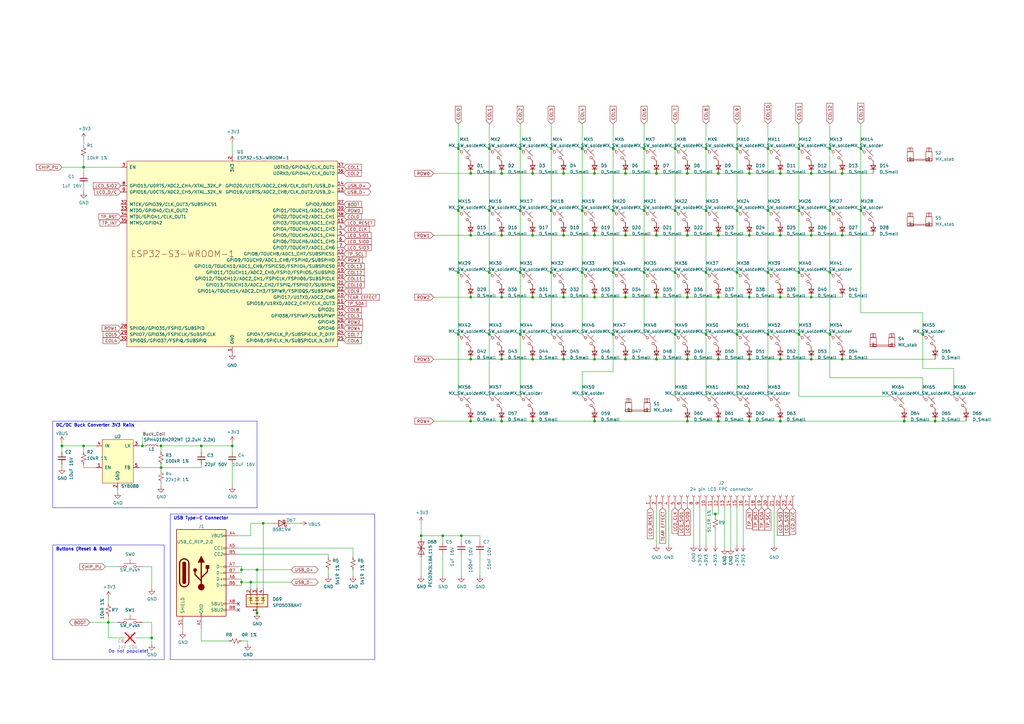
<source format=kicad_sch>
(kicad_sch (version 20230121) (generator eeschema)
  (paper "A3")
  (junction (at 307.34 71.12))
  (junction (at 383.54 172.72))
  (junction (at 340.36 86.36))
  (junction (at 294.64 121.92))
  (junction (at 200.66 60.96))
  (junction (at 205.74 121.92))
  (junction (at 238.76 111.76))
  (junction (at 264.16 111.76))
  (junction (at 105.41 233.68))
  (junction (at 44.45 255.27))
  (junction (at 340.36 60.96))
  (junction (at 172.72 219.71))
  (junction (at 187.96 60.96))
  (junction (at 345.44 147.32))
  (junction (at 302.26 86.36))
  (junction (at 218.44 121.92))
  (junction (at 302.26 111.76))
  (junction (at 251.46 137.16))
  (junction (at 340.36 137.16))
  (junction (at 107.95 214.63))
  (junction (at 269.24 121.92))
  (junction (at 213.36 86.36))
  (junction (at 281.94 96.52))
  (junction (at 218.44 96.52))
  (junction (at 99.06 238.76))
  (junction (at 269.24 96.52))
  (junction (at 276.86 86.36))
  (junction (at 213.36 137.16))
  (junction (at 345.44 71.12))
  (junction (at 243.84 172.72))
  (junction (at 226.06 60.96))
  (junction (at 281.94 147.32))
  (junction (at 302.26 137.16))
  (junction (at 314.96 86.36))
  (junction (at 320.04 121.92))
  (junction (at 243.84 96.52))
  (junction (at 281.94 172.72))
  (junction (at 264.16 86.36))
  (junction (at 307.34 96.52))
  (junction (at 353.06 86.36))
  (junction (at 213.36 60.96))
  (junction (at 205.74 71.12))
  (junction (at 314.96 60.96))
  (junction (at 243.84 71.12))
  (junction (at 289.56 111.76))
  (junction (at 213.36 111.76))
  (junction (at 58.42 182.88))
  (junction (at 226.06 86.36))
  (junction (at 200.66 86.36))
  (junction (at 314.96 111.76))
  (junction (at 345.44 96.52))
  (junction (at 256.54 96.52))
  (junction (at 193.04 121.92))
  (junction (at 205.74 96.52))
  (junction (at 193.04 172.72))
  (junction (at 353.06 60.96))
  (junction (at 218.44 172.72))
  (junction (at 82.55 182.88))
  (junction (at 281.94 71.12))
  (junction (at 187.96 86.36))
  (junction (at 200.66 111.76))
  (junction (at 99.06 233.68))
  (junction (at 187.96 111.76))
  (junction (at 276.86 60.96))
  (junction (at 231.14 96.52))
  (junction (at 95.25 182.88))
  (junction (at 320.04 147.32))
  (junction (at 307.34 121.92))
  (junction (at 307.34 172.72))
  (junction (at 251.46 86.36))
  (junction (at 289.56 86.36))
  (junction (at 226.06 111.76))
  (junction (at 294.64 172.72))
  (junction (at 294.64 96.52))
  (junction (at 34.29 68.58))
  (junction (at 281.94 121.92))
  (junction (at 205.74 172.72))
  (junction (at 238.76 60.96))
  (junction (at 293.37 210.82))
  (junction (at 181.61 219.71))
  (junction (at 269.24 147.32))
  (junction (at 205.74 147.32))
  (junction (at 251.46 60.96))
  (junction (at 256.54 71.12))
  (junction (at 327.66 60.96))
  (junction (at 66.04 182.88))
  (junction (at 25.4 182.88))
  (junction (at 256.54 147.32))
  (junction (at 276.86 111.76))
  (junction (at 289.56 137.16))
  (junction (at 332.74 147.32))
  (junction (at 276.86 137.16))
  (junction (at 231.14 121.92))
  (junction (at 105.41 251.46))
  (junction (at 302.26 60.96))
  (junction (at 193.04 147.32))
  (junction (at 256.54 121.92))
  (junction (at 327.66 137.16))
  (junction (at 332.74 71.12))
  (junction (at 251.46 111.76))
  (junction (at 332.74 121.92))
  (junction (at 264.16 60.96))
  (junction (at 289.56 60.96))
  (junction (at 269.24 71.12))
  (junction (at 320.04 71.12))
  (junction (at 231.14 71.12))
  (junction (at 327.66 86.36))
  (junction (at 243.84 147.32))
  (junction (at 243.84 121.92))
  (junction (at 231.14 147.32))
  (junction (at 378.46 137.16))
  (junction (at 218.44 71.12))
  (junction (at 193.04 96.52))
  (junction (at 294.64 147.32))
  (junction (at 320.04 172.72))
  (junction (at 66.04 191.77))
  (junction (at 238.76 86.36))
  (junction (at 294.64 71.12))
  (junction (at 218.44 147.32))
  (junction (at 200.66 137.16))
  (junction (at 327.66 111.76))
  (junction (at 102.87 238.76))
  (junction (at 307.34 147.32))
  (junction (at 62.23 261.62))
  (junction (at 193.04 71.12))
  (junction (at 34.29 182.88))
  (junction (at 189.23 219.71))
  (junction (at 320.04 96.52))
  (junction (at 187.96 137.16))
  (junction (at 332.74 96.52))
  (junction (at 340.36 111.76))
  (junction (at 314.96 137.16))
  (junction (at 370.84 172.72))
  (no_connect (at 97.79 250.19))
  (no_connect (at 97.79 247.65))
  (wire (pts (xy 314.96 60.96) (xy 314.96 86.36)))
  (wire (pts (xy 82.55 182.88) (xy 82.55 185.42)))
  (wire (pts (xy 105.41 233.68) (xy 105.41 241.3)))
  (wire (pts (xy 34.29 57.15) (xy 34.29 59.69)))
  (wire (pts (xy 276.86 137.16) (xy 276.86 162.56)))
  (wire (pts (xy 177.8 96.52) (xy 193.04 96.52)))
  (wire (pts (xy 200.66 137.16) (xy 200.66 162.56)))
  (polyline (pts (xy 21.59 223.52) (xy 21.59 270.51)))
  (wire (pts (xy 200.66 50.8) (xy 200.66 60.96)))
  (wire (pts (xy 66.04 182.88) (xy 66.04 185.42)))
  (wire (pts (xy 25.4 185.42) (xy 25.4 182.88)))
  (wire (pts (xy 99.06 240.03) (xy 97.79 240.03)))
  (wire (pts (xy 243.84 96.52) (xy 256.54 96.52)))
  (wire (pts (xy 187.96 60.96) (xy 187.96 86.36)))
  (wire (pts (xy 327.66 60.96) (xy 327.66 86.36)))
  (wire (pts (xy 345.44 71.12) (xy 358.14 71.12)))
  (wire (pts (xy 34.29 191.77) (xy 39.37 191.77)))
  (wire (pts (xy 66.04 182.88) (xy 82.55 182.88)))
  (wire (pts (xy 95.25 181.61) (xy 95.25 182.88)))
  (wire (pts (xy 332.74 121.92) (xy 345.44 121.92)))
  (wire (pts (xy 281.94 147.32) (xy 294.64 147.32)))
  (wire (pts (xy 82.55 190.5) (xy 82.55 191.77)))
  (wire (pts (xy 327.66 162.56) (xy 365.76 162.56)))
  (wire (pts (xy 320.04 96.52) (xy 332.74 96.52)))
  (wire (pts (xy 226.06 111.76) (xy 226.06 137.16)))
  (wire (pts (xy 95.25 182.88) (xy 95.25 185.42)))
  (wire (pts (xy 332.74 147.32) (xy 345.44 147.32)))
  (wire (pts (xy 256.54 147.32) (xy 269.24 147.32)))
  (wire (pts (xy 307.34 172.72) (xy 320.04 172.72)))
  (wire (pts (xy 193.04 147.32) (xy 205.74 147.32)))
  (wire (pts (xy 269.24 147.32) (xy 281.94 147.32)))
  (wire (pts (xy 213.36 86.36) (xy 213.36 111.76)))
  (wire (pts (xy 269.24 121.92) (xy 281.94 121.92)))
  (wire (pts (xy 205.74 96.52) (xy 218.44 96.52)))
  (wire (pts (xy 292.1 210.82) (xy 293.37 210.82)))
  (polyline (pts (xy 69.85 210.82) (xy 153.67 210.82)))
  (wire (pts (xy 177.8 121.92) (xy 193.04 121.92)))
  (wire (pts (xy 238.76 111.76) (xy 238.76 137.16)))
  (wire (pts (xy 269.24 96.52) (xy 281.94 96.52)))
  (wire (pts (xy 205.74 172.72) (xy 218.44 172.72)))
  (wire (pts (xy 320.04 121.92) (xy 332.74 121.92)))
  (polyline (pts (xy 67.31 270.51) (xy 67.31 223.52)))
  (wire (pts (xy 340.36 60.96) (xy 340.36 86.36)))
  (wire (pts (xy 378.46 154.94) (xy 378.46 162.56)))
  (wire (pts (xy 200.66 111.76) (xy 200.66 137.16)))
  (wire (pts (xy 58.42 232.41) (xy 62.23 232.41)))
  (wire (pts (xy 58.42 179.07) (xy 58.42 182.88)))
  (wire (pts (xy 281.94 172.72) (xy 294.64 172.72)))
  (wire (pts (xy 64.77 182.88) (xy 66.04 182.88)))
  (wire (pts (xy 105.41 233.68) (xy 119.38 233.68)))
  (wire (pts (xy 294.64 96.52) (xy 307.34 96.52)))
  (wire (pts (xy 44.45 252.73) (xy 44.45 255.27)))
  (wire (pts (xy 172.72 228.6) (xy 172.72 236.22)))
  (wire (pts (xy 55.88 261.62) (xy 62.23 261.62)))
  (wire (pts (xy 378.46 128.27) (xy 378.46 137.16)))
  (wire (pts (xy 181.61 219.71) (xy 172.72 219.71)))
  (wire (pts (xy 107.95 214.63) (xy 107.95 241.3)))
  (wire (pts (xy 102.87 241.3) (xy 102.87 238.76)))
  (wire (pts (xy 34.29 182.88) (xy 39.37 182.88)))
  (wire (pts (xy 134.62 233.68) (xy 134.62 236.22)))
  (wire (pts (xy 177.8 71.12) (xy 193.04 71.12)))
  (wire (pts (xy 213.36 60.96) (xy 213.36 86.36)))
  (wire (pts (xy 327.66 86.36) (xy 327.66 111.76)))
  (wire (pts (xy 196.85 222.25) (xy 196.85 219.71)))
  (wire (pts (xy 302.26 208.28) (xy 302.26 223.52)))
  (wire (pts (xy 99.06 232.41) (xy 99.06 233.68)))
  (wire (pts (xy 226.06 86.36) (xy 226.06 111.76)))
  (wire (pts (xy 200.66 60.96) (xy 200.66 86.36)))
  (wire (pts (xy 187.96 50.8) (xy 187.96 60.96)))
  (wire (pts (xy 294.64 121.92) (xy 307.34 121.92)))
  (wire (pts (xy 391.16 151.13) (xy 391.16 162.56)))
  (wire (pts (xy 218.44 121.92) (xy 231.14 121.92)))
  (wire (pts (xy 57.15 182.88) (xy 58.42 182.88)))
  (wire (pts (xy 383.54 172.72) (xy 396.24 172.72)))
  (wire (pts (xy 134.62 227.33) (xy 134.62 228.6)))
  (wire (pts (xy 370.84 172.72) (xy 383.54 172.72)))
  (wire (pts (xy 340.36 50.8) (xy 340.36 60.96)))
  (wire (pts (xy 205.74 71.12) (xy 218.44 71.12)))
  (wire (pts (xy 97.79 219.71) (xy 102.87 219.71)))
  (wire (pts (xy 44.45 255.27) (xy 48.26 255.27)))
  (wire (pts (xy 307.34 71.12) (xy 320.04 71.12)))
  (wire (pts (xy 193.04 121.92) (xy 205.74 121.92)))
  (wire (pts (xy 320.04 147.32) (xy 332.74 147.32)))
  (wire (pts (xy 58.42 255.27) (xy 62.23 255.27)))
  (wire (pts (xy 95.25 58.42) (xy 95.25 63.5)))
  (wire (pts (xy 82.55 257.81) (xy 82.55 262.89)))
  (wire (pts (xy 218.44 147.32) (xy 231.14 147.32)))
  (wire (pts (xy 281.94 71.12) (xy 294.64 71.12)))
  (wire (pts (xy 82.55 262.89) (xy 93.98 262.89)))
  (wire (pts (xy 189.23 227.33) (xy 189.23 236.22)))
  (wire (pts (xy 256.54 71.12) (xy 269.24 71.12)))
  (polyline (pts (xy 21.59 172.72) (xy 21.59 208.28)))
  (wire (pts (xy 48.26 200.66) (xy 48.26 201.93)))
  (wire (pts (xy 264.16 111.76) (xy 264.16 137.16)))
  (wire (pts (xy 189.23 219.71) (xy 189.23 222.25)))
  (polyline (pts (xy 153.67 210.82) (xy 153.67 270.51)))
  (wire (pts (xy 251.46 152.4) (xy 238.76 152.4)))
  (wire (pts (xy 213.36 137.16) (xy 213.36 162.56)))
  (polyline (pts (xy 105.41 172.72) (xy 105.41 208.28)))
  (wire (pts (xy 289.56 86.36) (xy 289.56 111.76)))
  (polyline (pts (xy 69.85 210.82) (xy 69.85 270.51)))
  (wire (pts (xy 378.46 137.16) (xy 378.46 151.13)))
  (wire (pts (xy 314.96 50.8) (xy 314.96 60.96)))
  (wire (pts (xy 243.84 121.92) (xy 256.54 121.92)))
  (wire (pts (xy 193.04 172.72) (xy 205.74 172.72)))
  (wire (pts (xy 269.24 71.12) (xy 281.94 71.12)))
  (wire (pts (xy 327.66 137.16) (xy 327.66 162.56)))
  (wire (pts (xy 238.76 152.4) (xy 238.76 162.56)))
  (wire (pts (xy 264.16 86.36) (xy 264.16 111.76)))
  (wire (pts (xy 327.66 50.8) (xy 327.66 60.96)))
  (wire (pts (xy 327.66 111.76) (xy 327.66 137.16)))
  (wire (pts (xy 299.72 208.28) (xy 299.72 224.79)))
  (wire (pts (xy 196.85 227.33) (xy 196.85 236.22)))
  (wire (pts (xy 302.26 50.8) (xy 302.26 60.96)))
  (wire (pts (xy 177.8 172.72) (xy 193.04 172.72)))
  (wire (pts (xy 284.48 208.28) (xy 284.48 223.52)))
  (wire (pts (xy 289.56 208.28) (xy 289.56 223.52)))
  (wire (pts (xy 274.32 208.28) (xy 274.32 223.52)))
  (wire (pts (xy 307.34 96.52) (xy 320.04 96.52)))
  (polyline (pts (xy 21.59 172.72) (xy 105.41 172.72)))
  (wire (pts (xy 264.16 50.8) (xy 264.16 60.96)))
  (wire (pts (xy 105.41 251.46) (xy 105.41 250.19)))
  (wire (pts (xy 307.34 147.32) (xy 320.04 147.32)))
  (wire (pts (xy 243.84 172.72) (xy 281.94 172.72)))
  (wire (pts (xy 251.46 50.8) (xy 251.46 60.96)))
  (wire (pts (xy 302.26 60.96) (xy 302.26 86.36)))
  (wire (pts (xy 238.76 50.8) (xy 238.76 60.96)))
  (wire (pts (xy 25.4 181.61) (xy 25.4 182.88)))
  (wire (pts (xy 294.64 71.12) (xy 307.34 71.12)))
  (wire (pts (xy 314.96 86.36) (xy 314.96 111.76)))
  (wire (pts (xy 289.56 60.96) (xy 289.56 86.36)))
  (wire (pts (xy 172.72 219.71) (xy 172.72 220.98)))
  (wire (pts (xy 281.94 121.92) (xy 294.64 121.92)))
  (wire (pts (xy 304.8 208.28) (xy 304.8 223.52)))
  (wire (pts (xy 99.06 234.95) (xy 97.79 234.95)))
  (wire (pts (xy 276.86 60.96) (xy 276.86 86.36)))
  (wire (pts (xy 340.36 86.36) (xy 340.36 111.76)))
  (polyline (pts (xy 67.31 223.52) (xy 21.59 223.52)))
  (wire (pts (xy 287.02 208.28) (xy 287.02 223.52)))
  (wire (pts (xy 320.04 172.72) (xy 370.84 172.72)))
  (wire (pts (xy 281.94 96.52) (xy 294.64 96.52)))
  (wire (pts (xy 34.29 185.42) (xy 34.29 182.88)))
  (wire (pts (xy 34.29 190.5) (xy 34.29 191.77)))
  (wire (pts (xy 62.23 261.62) (xy 62.23 264.16)))
  (wire (pts (xy 119.38 214.63) (xy 123.19 214.63)))
  (wire (pts (xy 205.74 121.92) (xy 218.44 121.92)))
  (wire (pts (xy 57.15 191.77) (xy 66.04 191.77)))
  (wire (pts (xy 276.86 86.36) (xy 276.86 111.76)))
  (wire (pts (xy 144.78 224.79) (xy 144.78 228.6)))
  (wire (pts (xy 62.23 232.41) (xy 62.23 241.3)))
  (wire (pts (xy 25.4 68.58) (xy 34.29 68.58)))
  (wire (pts (xy 251.46 60.96) (xy 251.46 86.36)))
  (wire (pts (xy 196.85 219.71) (xy 189.23 219.71)))
  (wire (pts (xy 218.44 71.12) (xy 231.14 71.12)))
  (wire (pts (xy 102.87 219.71) (xy 102.87 214.63)))
  (wire (pts (xy 231.14 121.92) (xy 243.84 121.92)))
  (wire (pts (xy 107.95 214.63) (xy 111.76 214.63)))
  (wire (pts (xy 99.06 238.76) (xy 102.87 238.76)))
  (wire (pts (xy 231.14 71.12) (xy 243.84 71.12)))
  (polyline (pts (xy 21.59 208.28) (xy 105.41 208.28)))
  (wire (pts (xy 302.26 137.16) (xy 302.26 162.56)))
  (wire (pts (xy 181.61 222.25) (xy 181.61 219.71)))
  (wire (pts (xy 95.25 190.5) (xy 95.25 199.39)))
  (wire (pts (xy 34.29 68.58) (xy 34.29 71.12)))
  (wire (pts (xy 66.04 191.77) (xy 66.04 193.04)))
  (wire (pts (xy 205.74 147.32) (xy 218.44 147.32)))
  (wire (pts (xy 307.34 121.92) (xy 320.04 121.92)))
  (wire (pts (xy 97.79 237.49) (xy 99.06 237.49)))
  (wire (pts (xy 187.96 111.76) (xy 187.96 137.16)))
  (wire (pts (xy 320.04 71.12) (xy 332.74 71.12)))
  (wire (pts (xy 276.86 111.76) (xy 276.86 137.16)))
  (wire (pts (xy 243.84 147.32) (xy 256.54 147.32)))
  (wire (pts (xy 99.06 233.68) (xy 99.06 234.95)))
  (wire (pts (xy 187.96 86.36) (xy 187.96 111.76)))
  (wire (pts (xy 340.36 111.76) (xy 340.36 137.16)))
  (wire (pts (xy 25.4 182.88) (xy 34.29 182.88)))
  (wire (pts (xy 238.76 60.96) (xy 238.76 86.36)))
  (wire (pts (xy 74.93 257.81) (xy 74.93 259.08)))
  (wire (pts (xy 193.04 96.52) (xy 205.74 96.52)))
  (wire (pts (xy 378.46 151.13) (xy 391.16 151.13)))
  (wire (pts (xy 251.46 111.76) (xy 251.46 137.16)))
  (wire (pts (xy 172.72 214.63) (xy 172.72 219.71)))
  (wire (pts (xy 294.64 147.32) (xy 307.34 147.32)))
  (wire (pts (xy 44.45 245.11) (xy 44.45 247.65)))
  (wire (pts (xy 102.87 214.63) (xy 107.95 214.63)))
  (wire (pts (xy 231.14 96.52) (xy 243.84 96.52)))
  (polyline (pts (xy 21.59 270.51) (xy 67.31 270.51)))
  (wire (pts (xy 213.36 111.76) (xy 213.36 137.16)))
  (wire (pts (xy 314.96 137.16) (xy 314.96 162.56)))
  (wire (pts (xy 238.76 86.36) (xy 238.76 111.76)))
  (wire (pts (xy 294.64 172.72) (xy 307.34 172.72)))
  (wire (pts (xy 34.29 68.58) (xy 49.53 68.58)))
  (wire (pts (xy 97.79 232.41) (xy 99.06 232.41)))
  (wire (pts (xy 187.96 137.16) (xy 187.96 162.56)))
  (wire (pts (xy 218.44 96.52) (xy 231.14 96.52)))
  (wire (pts (xy 289.56 111.76) (xy 289.56 137.16)))
  (wire (pts (xy 256.54 96.52) (xy 269.24 96.52)))
  (wire (pts (xy 25.4 190.5) (xy 25.4 191.77)))
  (wire (pts (xy 332.74 96.52) (xy 345.44 96.52)))
  (wire (pts (xy 36.83 255.27) (xy 44.45 255.27)))
  (wire (pts (xy 264.16 60.96) (xy 264.16 86.36)))
  (wire (pts (xy 332.74 71.12) (xy 345.44 71.12)))
  (wire (pts (xy 292.1 208.28) (xy 292.1 210.82)))
  (wire (pts (xy 181.61 219.71) (xy 189.23 219.71)))
  (wire (pts (xy 97.79 224.79) (xy 144.78 224.79)))
  (wire (pts (xy 97.79 227.33) (xy 134.62 227.33)))
  (wire (pts (xy 293.37 210.82) (xy 294.64 210.82)))
  (wire (pts (xy 294.64 208.28) (xy 294.64 210.82)))
  (wire (pts (xy 34.29 76.2) (xy 34.29 78.74)))
  (wire (pts (xy 251.46 86.36) (xy 251.46 111.76)))
  (wire (pts (xy 181.61 236.22) (xy 181.61 227.33)))
  (wire (pts (xy 62.23 255.27) (xy 62.23 261.62)))
  (wire (pts (xy 256.54 121.92) (xy 269.24 121.92)))
  (wire (pts (xy 144.78 233.68) (xy 144.78 236.22)))
  (wire (pts (xy 99.06 233.68) (xy 105.41 233.68)))
  (wire (pts (xy 226.06 60.96) (xy 226.06 86.36)))
  (wire (pts (xy 251.46 137.16) (xy 251.46 152.4)))
  (wire (pts (xy 226.06 50.8) (xy 226.06 60.96)))
  (wire (pts (xy 289.56 50.8) (xy 289.56 60.96)))
  (wire (pts (xy 99.06 262.89) (xy 101.6 262.89)))
  (wire (pts (xy 102.87 238.76) (xy 119.38 238.76)))
  (wire (pts (xy 101.6 262.89) (xy 101.6 264.16)))
  (wire (pts (xy 177.8 147.32) (xy 193.04 147.32)))
  (wire (pts (xy 297.18 208.28) (xy 297.18 224.79)))
  (wire (pts (xy 66.04 190.5) (xy 66.04 191.77)))
  (wire (pts (xy 231.14 147.32) (xy 243.84 147.32)))
  (wire (pts (xy 218.44 172.72) (xy 243.84 172.72)))
  (wire (pts (xy 66.04 198.12) (xy 66.04 199.39)))
  (wire (pts (xy 269.24 208.28) (xy 269.24 223.52)))
  (wire (pts (xy 353.06 60.96) (xy 353.06 86.36)))
  (wire (pts (xy 289.56 137.16) (xy 289.56 162.56)))
  (wire (pts (xy 293.37 210.82) (xy 293.37 212.09)))
  (wire (pts (xy 99.06 238.76) (xy 99.06 240.03)))
  (wire (pts (xy 340.36 154.94) (xy 378.46 154.94)))
  (wire (pts (xy 276.86 50.8) (xy 276.86 60.96)))
  (polyline (pts (xy 69.85 270.51) (xy 153.67 270.51)))
  (wire (pts (xy 44.45 261.62) (xy 50.8 261.62)))
  (wire (pts (xy 43.18 232.41) (xy 48.26 232.41)))
  (wire (pts (xy 82.55 182.88) (xy 95.25 182.88)))
  (wire (pts (xy 58.42 182.88) (xy 59.69 182.88)))
  (wire (pts (xy 317.5 208.28) (xy 317.5 223.52)))
  (wire (pts (xy 34.29 68.58) (xy 34.29 64.77)))
  (wire (pts (xy 213.36 50.8) (xy 213.36 60.96)))
  (wire (pts (xy 340.36 137.16) (xy 340.36 154.94)))
  (wire (pts (xy 345.44 96.52) (xy 358.14 96.52)))
  (wire (pts (xy 353.06 128.27) (xy 378.46 128.27)))
  (wire (pts (xy 353.06 86.36) (xy 353.06 128.27)))
  (wire (pts (xy 345.44 147.32) (xy 383.54 147.32)))
  (wire (pts (xy 44.45 261.62) (xy 44.45 255.27)))
  (wire (pts (xy 314.96 111.76) (xy 314.96 137.16)))
  (wire (pts (xy 243.84 71.12) (xy 256.54 71.12)))
  (wire (pts (xy 353.06 50.8) (xy 353.06 60.96)))
  (wire (pts (xy 99.06 237.49) (xy 99.06 238.76)))
  (wire (pts (xy 82.55 191.77) (xy 66.04 191.77)))
  (wire (pts (xy 302.26 111.76) (xy 302.26 137.16)))
  (wire (pts (xy 193.04 71.12) (xy 205.74 71.12)))
  (wire (pts (xy 293.37 217.17) (xy 293.37 223.52)))
  (wire (pts (xy 302.26 86.36) (xy 302.26 111.76)))
  (wire (pts (xy 200.66 86.36) (xy 200.66 111.76)))
  (text "Do not populate!" (at 44.45 267.97 0) (effects (font (size 1.27 1.27)) (justify left bottom)))
  (text "Buttons (Reset & Boot)" (at 22.86 226.06 0) (effects (font (size 1.27 1.27) (thickness 0.254) bold) (justify left bottom)))
  (text "DC/DC Buck Converter 3V3 Rails" (at 22.86 175.26 0) (effects (font (size 1.27 1.27) (thickness 0.254) bold) (justify left bottom)))
  (text "USB Type-C Connector" (at 71.12 213.36 0) (effects (font (size 1.27 1.27) (thickness 0.254) bold) (justify left bottom)))
  (label "Buck_Coil" (at 58.42 179.07 0))
  (global_label "LCD_SIO0" (shape input) (at 140.97 99.06 0) (property "Intersheetrefs" "${INTERSHEET_REFS}" (effects hide)))
  (global_label "BOOT" (shape bidirectional) (at 36.83 255.27 180) (property "Intersheetrefs" "${INTERSHEET_REFS}" (effects hide)))
  (global_label "COL9" (shape input) (at 140.97 119.38 0) (property "Intersheetrefs" "${INTERSHEET_REFS}" (effects hide)))
  (global_label "COL5" (shape input) (at 251.46 50.8 90) (property "Intersheetrefs" "${INTERSHEET_REFS}" (effects hide)))
  (global_label "CHIP_PU" (shape input) (at 25.4 68.58 180) (property "Intersheetrefs" "${INTERSHEET_REFS}" (effects hide)))
  (global_label "LCD_SIO2" (shape input) (at 322.58 208.28 270) (property "Intersheetrefs" "${INTERSHEET_REFS}" (effects hide)))
  (global_label "LCD_SIO3" (shape input) (at 320.04 208.28 270) (property "Intersheetrefs" "${INTERSHEET_REFS}" (effects hide)))
  (global_label "USB_D+" (shape bidirectional) (at 119.38 233.68 0) (property "Intersheetrefs" "${INTERSHEET_REFS}" (effects hide)))
  (global_label "COL10" (shape input) (at 314.96 50.8 90) (property "Intersheetrefs" "${INTERSHEET_REFS}" (effects hide)))
  (global_label "COL7" (shape input) (at 276.86 50.8 90) (property "Intersheetrefs" "${INTERSHEET_REFS}" (effects hide)))
  (global_label "TP_RST" (shape input) (at 49.53 88.9 180) (property "Intersheetrefs" "${INTERSHEET_REFS}" (effects hide)))
  (global_label "TP_RST" (shape input) (at 309.88 208.28 270) (property "Intersheetrefs" "${INTERSHEET_REFS}" (effects hide)))
  (global_label "COL7" (shape input) (at 140.97 137.16 0) (property "Intersheetrefs" "${INTERSHEET_REFS}" (effects hide)))
  (global_label "ROW2" (shape input) (at 177.8 121.92 180) (property "Intersheetrefs" "${INTERSHEET_REFS}" (effects hide)))
  (global_label "ROW0" (shape input) (at 177.8 71.12 180) (property "Intersheetrefs" "${INTERSHEET_REFS}" (effects hide)))
  (global_label "USB_D-" (shape bidirectional) (at 140.97 78.74 0) (property "Intersheetrefs" "${INTERSHEET_REFS}" (effects hide)))
  (global_label "COL2" (shape input) (at 140.97 71.12 0) (property "Intersheetrefs" "${INTERSHEET_REFS}" (effects hide)))
  (global_label "TP_SCL" (shape input) (at 140.97 104.14 0) (property "Intersheetrefs" "${INTERSHEET_REFS}" (effects hide)))
  (global_label "COL10" (shape input) (at 140.97 116.84 0) (property "Intersheetrefs" "${INTERSHEET_REFS}" (effects hide)))
  (global_label "BOOT" (shape input) (at 140.97 83.82 0) (property "Intersheetrefs" "${INTERSHEET_REFS}" (effects hide)))
  (global_label "LCD_SIO2" (shape input) (at 49.53 76.2 180) (property "Intersheetrefs" "${INTERSHEET_REFS}" (effects hide)))
  (global_label "COL13" (shape input) (at 353.06 50.8 90) (property "Intersheetrefs" "${INTERSHEET_REFS}" (effects hide)))
  (global_label "COL4" (shape input) (at 238.76 50.8 90) (property "Intersheetrefs" "${INTERSHEET_REFS}" (effects hide)))
  (global_label "LCD_SIO1" (shape input) (at 140.97 96.52 0) (property "Intersheetrefs" "${INTERSHEET_REFS}" (effects hide)))
  (global_label "ROW2" (shape input) (at 140.97 132.08 0) (property "Intersheetrefs" "${INTERSHEET_REFS}" (effects hide)))
  (global_label "USB_D-" (shape bidirectional) (at 119.38 238.76 0) (property "Intersheetrefs" "${INTERSHEET_REFS}" (effects hide)))
  (global_label "COL4" (shape input) (at 49.53 139.7 180) (property "Intersheetrefs" "${INTERSHEET_REFS}" (effects hide)))
  (global_label "TP_SDA" (shape input) (at 312.42 208.28 270) (property "Intersheetrefs" "${INTERSHEET_REFS}" (effects hide)))
  (global_label "COL12" (shape input) (at 140.97 111.76 0) (property "Intersheetrefs" "${INTERSHEET_REFS}" (effects hide)))
  (global_label "LCD_D{slash}C" (shape input) (at 49.53 78.74 180) (property "Intersheetrefs" "${INTERSHEET_REFS}" (effects hide)))
  (global_label "ROW4" (shape input) (at 140.97 134.62 0) (property "Intersheetrefs" "${INTERSHEET_REFS}" (effects hide)))
  (global_label "COL8" (shape input) (at 140.97 127 0) (property "Intersheetrefs" "${INTERSHEET_REFS}" (effects hide)))
  (global_label "TEAR EFFECT" (shape input) (at 271.78 208.28 270) (property "Intersheetrefs" "${INTERSHEET_REFS}" (effects hide)))
  (global_label "LCD_RESET" (shape input) (at 266.7 208.28 270) (property "Intersheetrefs" "${INTERSHEET_REFS}" (effects hide)))
  (global_label "COL0" (shape input) (at 187.96 50.8 90) (property "Intersheetrefs" "${INTERSHEET_REFS}" (effects hide)))
  (global_label "COL3" (shape input) (at 226.06 50.8 90) (property "Intersheetrefs" "${INTERSHEET_REFS}" (effects hide)))
  (global_label "COL12" (shape input) (at 340.36 50.8 90) (property "Intersheetrefs" "${INTERSHEET_REFS}" (effects hide)))
  (global_label "COL1" (shape input) (at 200.66 50.8 90) (property "Intersheetrefs" "${INTERSHEET_REFS}" (effects hide)))
  (global_label "ROW3" (shape input) (at 140.97 106.68 0) (property "Intersheetrefs" "${INTERSHEET_REFS}" (effects hide)))
  (global_label "COL3" (shape input) (at 140.97 129.54 0) (property "Intersheetrefs" "${INTERSHEET_REFS}" (effects hide)))
  (global_label "LCD_CLK" (shape input) (at 276.86 208.28 270) (property "Intersheetrefs" "${INTERSHEET_REFS}" (effects hide)))
  (global_label "ROW3" (shape input) (at 177.8 147.32 180) (property "Intersheetrefs" "${INTERSHEET_REFS}" (effects hide)))
  (global_label "TP_INT" (shape input) (at 307.34 208.28 270) (property "Intersheetrefs" "${INTERSHEET_REFS}" (effects hide)))
  (global_label "LCD_D{slash}C" (shape input) (at 325.12 208.28 270) (property "Intersheetrefs" "${INTERSHEET_REFS}" (effects hide)))
  (global_label "COL9" (shape input) (at 302.26 50.8 90) (property "Intersheetrefs" "${INTERSHEET_REFS}" (effects hide)))
  (global_label "LCD_RESET" (shape input) (at 140.97 91.44 0) (property "Intersheetrefs" "${INTERSHEET_REFS}" (effects hide)))
  (global_label "COL0" (shape input) (at 140.97 88.9 0) (property "Intersheetrefs" "${INTERSHEET_REFS}" (effects hide)))
  (global_label "ROW1" (shape input) (at 49.53 134.62 180) (property "Intersheetrefs" "${INTERSHEET_REFS}" (effects hide)))
  (global_label "TEAR EFFECT" (shape input) (at 140.97 121.92 0) (property "Intersheetrefs" "${INTERSHEET_REFS}" (effects hide)))
  (global_label "COL5" (shape input) (at 49.53 137.16 180) (property "Intersheetrefs" "${INTERSHEET_REFS}" (effects hide)))
  (global_label "TP_INT" (shape input) (at 49.53 91.44 180) (property "Intersheetrefs" "${INTERSHEET_REFS}" (effects hide)))
  (global_label "COL13" (shape input) (at 140.97 109.22 0) (property "Intersheetrefs" "${INTERSHEET_REFS}" (effects hide)))
  (global_label "COL2" (shape input) (at 213.36 50.8 90) (property "Intersheetrefs" "${INTERSHEET_REFS}" (effects hide)))
  (global_label "LCD_SIO1" (shape input) (at 279.4 208.28 270) (property "Intersheetrefs" "${INTERSHEET_REFS}" (effects hide)))
  (global_label "ROW0" (shape input) (at 140.97 86.36 0) (property "Intersheetrefs" "${INTERSHEET_REFS}" (effects hide)))
  (global_label "COL8" (shape input) (at 289.56 50.8 90) (property "Intersheetrefs" "${INTERSHEET_REFS}" (effects hide)))
  (global_label "COL1" (shape input) (at 140.97 68.58 0) (property "Intersheetrefs" "${INTERSHEET_REFS}" (effects hide)))
  (global_label "ROW1" (shape input) (at 177.8 96.52 180) (property "Intersheetrefs" "${INTERSHEET_REFS}" (effects hide)))
  (global_label "COL11" (shape input) (at 140.97 114.3 0) (property "Intersheetrefs" "${INTERSHEET_REFS}" (effects hide)))
  (global_label "TP_SDA" (shape input) (at 140.97 124.46 0) (property "Intersheetrefs" "${INTERSHEET_REFS}" (effects hide)))
  (global_label "COL6" (shape input) (at 264.16 50.8 90) (property "Intersheetrefs" "${INTERSHEET_REFS}" (effects hide)))
  (global_label "TP_SCL" (shape input) (at 314.96 208.28 270) (property "Intersheetrefs" "${INTERSHEET_REFS}" (effects hide)))
  (global_label "LCD_SIO3" (shape input) (at 140.97 101.6 0) (property "Intersheetrefs" "${INTERSHEET_REFS}" (effects hide)))
  (global_label "COL11" (shape input) (at 327.66 50.8 90) (property "Intersheetrefs" "${INTERSHEET_REFS}" (effects hide)))
  (global_label "ROW4" (shape input) (at 177.8 172.72 180) (property "Intersheetrefs" "${INTERSHEET_REFS}" (effects hide)))
  (global_label "USB_D+" (shape bidirectional) (at 140.97 76.2 0) (property "Intersheetrefs" "${INTERSHEET_REFS}" (effects hide)))
  (global_label "LCD_CLK" (shape input) (at 140.97 93.98 0) (property "Intersheetrefs" "${INTERSHEET_REFS}" (effects hide)))
  (global_label "LCD_SIO0" (shape input) (at 281.94 208.28 270) (property "Intersheetrefs" "${INTERSHEET_REFS}" (effects hide)))
  (global_label "CHIP_PU" (shape input) (at 43.18 232.41 180) (property "Intersheetrefs" "${INTERSHEET_REFS}" (effects hide)))
  (global_label "COL6" (shape input) (at 140.97 139.7 0) (property "Intersheetrefs" "${INTERSHEET_REFS}" (effects hide)))
  (symbol (lib_id "Device:R_Small_US") (at 34.29 62.23 0) (unit 1)
    (property "Reference" "R1" (at 35.56 59.69 0) (effects (justify left)))
    (property "Value" "10kR 1%" (at 35.56 64.77 0) (effects (justify left)))
    (property "Footprint" "Resistor_SMD:R_0603_1608Metric" (effects hide))
    (property "LCSC" "C25744" (effects hide))
  )
  (symbol (lib_id "Device:D_Small") (at 294.64 93.98 90) (unit 1)
    (property "Reference" "D23" (at 297.18 93.345 90) (effects (justify right)))
    (property "Value" "D_Small" (at 297.18 95.885 90) (effects (justify right)))
    (property "Footprint" "Diode_SMD:D_SOD-123" (effects hide))
    (property "Sim.Device" "D" (effects hide))
    (property "Sim.Pins" "1=K 2=A" (effects hide))
  )
  (symbol (lib_id "Device:D_Small") (at 218.44 68.58 90) (unit 1)
    (property "Reference" "D3" (at 220.98 67.945 90) (effects (justify right)))
    (property "Value" "D_Small" (at 220.98 70.485 90) (effects (justify right)))
    (property "Footprint" "Diode_SMD:D_SOD-123" (effects hide))
    (property "Sim.Device" "D" (effects hide))
    (property "Sim.Pins" "1=K 2=A" (effects hide))
  )
  (symbol (lib_id "PCM_marbastlib-mx:MX_SW_solder") (at 342.9 88.9 0) (unit 1)
    (property "Reference" "MX27" (at 342.9 82.55 0))
    (property "Value" "MX_SW_solder" (at 342.9 85.09 0))
    (property "Footprint" "PCM_marbastlib-mx:SW_MX_1u" (effects hide))
  )
  (symbol (lib_id "PCM_marbastlib-mx:MX_SW_solder") (at 342.9 114.3 0) (unit 1)
    (property "Reference" "MX41" (at 342.9 107.95 0))
    (property "Value" "MX_SW_solder" (at 342.9 110.49 0))
    (property "Footprint" "PCM_marbastlib-mx:SW_MX_1u" (effects hide))
  )
  (symbol (lib_id "Device:D_Small") (at 243.84 144.78 90) (unit 1)
    (property "Reference" "D46" (at 246.38 144.145 90) (effects (justify right)))
    (property "Value" "D_Small" (at 246.38 146.685 90) (effects (justify right)))
    (property "Footprint" "Diode_SMD:D_SOD-123" (effects hide))
    (property "Sim.Device" "D" (effects hide))
    (property "Sim.Pins" "1=K 2=A" (effects hide))
  )
  (symbol (lib_id "PCM_marbastlib-mx:MX_SW_solder") (at 241.3 165.1 0) (unit 1)
    (property "Reference" "MX59" (at 241.3 158.75 0))
    (property "Value" "MX_SW_solder" (at 241.3 161.29 0))
    (property "Footprint" "PCM_marbastlib-mx:SW_MX_1u" (effects hide))
  )
  (symbol (lib_id "PCM_marbastlib-mx:MX_SW_solder") (at 254 139.7 0) (unit 1)
    (property "Reference" "MX47" (at 254 133.35 0))
    (property "Value" "MX_SW_solder" (at 254 135.89 0))
    (property "Footprint" "PCM_marbastlib-mx:SW_MX_1u" (effects hide))
  )
  (symbol (lib_id "Device:D_Small") (at 294.64 68.58 90) (unit 1)
    (property "Reference" "D9" (at 297.18 67.945 90) (effects (justify right)))
    (property "Value" "D_Small" (at 297.18 70.485 90) (effects (justify right)))
    (property "Footprint" "Diode_SMD:D_SOD-123" (effects hide))
    (property "Sim.Device" "D" (effects hide))
    (property "Sim.Pins" "1=K 2=A" (effects hide))
  )
  (symbol (lib_id "power:+3V3") (at 287.02 223.52 0) (mirror x) (unit 1)
    (property "Reference" "#PWR034" (effects hide))
    (property "Value" "+3V3" (at 287.02 229.87 90))
  )
  (symbol (lib_id "Device:C_Small") (at 34.29 73.66 0) (unit 1)
    (property "Reference" "C1" (at 27.94 72.39 0) (effects (justify left)))
    (property "Value" "1uF 16V" (at 25.4 76.2 0) (effects (justify left)))
    (property "Footprint" "Capacitor_SMD:C_0603_1608Metric" (effects hide))
    (property "LCSC" "C52923" (effects hide))
  )
  (symbol (lib_id "power:GND") (at 25.4 191.77 0) (unit 1)
    (property "Reference" "#PWR06" (effects hide))
    (property "Value" "GND" (at 25.527 196.1642 0))
  )
  (symbol (lib_id "PCM_marbastlib-mx:MX_SW_solder") (at 393.7 165.1 0) (unit 1)
    (property "Reference" "MX66" (at 393.7 158.75 0))
    (property "Value" "MX_SW_solder" (at 393.7 161.29 0))
    (property "Footprint" "PCM_marbastlib-mx:SW_MX_1u" (effects hide))
  )
  (symbol (lib_id "Connector:USB_C_Receptacle_USB2.0") (at 82.55 234.95 0) (unit 1)
    (property "Reference" "J1" (at 82.55 215.9 0))
    (property "Value" "USB_C_REP_2.0" (at 80.01 222.25 0))
    (property "Footprint" "Connector_USB:USB_C_Receptacle_HRO_TYPE-C-31-M-12" (effects hide))
    (property "Datasheet" "https://www.usb.org/sites/default/files/documents/usb_type-c.zip" (effects hide))
  )
  (symbol (lib_id "PCM_marbastlib-mx:MX_SW_solder") (at 203.2 88.9 0) (unit 1)
    (property "Reference" "MX16" (at 203.2 82.55 0))
    (property "Value" "MX_SW_solder" (at 203.2 85.09 0))
    (property "Footprint" "PCM_marbastlib-mx:SW_MX_1u" (effects hide))
  )
  (symbol (lib_id "Connector:Conn_01x24_Socket") (at 294.64 203.2 90) (unit 1)
    (property "Reference" "J2" (at 295.91 198.12 90))
    (property "Value" "24 pin LCD FPC connector" (at 295.91 200.66 90))
    (property "Footprint" "24P_LCD_CONN:CONN-SMD_24P-P0.40_X0400FVS-24-LPSN-LINEAR" (effects hide))
  )
  (symbol (lib_id "power:+3V3") (at 44.45 245.11 0) (unit 1)
    (property "Reference" "#PWR019" (effects hide))
    (property "Value" "+3V3" (at 44.831 240.7158 0))
  )
  (symbol (lib_id "Device:C_Small") (at 82.55 187.96 0) (unit 1)
    (property "Reference" "C3" (at 84.8868 186.7916 0) (effects (justify left)))
    (property "Value" "22pF 50V" (at 83.82 190.5 0) (effects (justify left)))
    (property "Footprint" "Capacitor_SMD:C_0603_1608Metric" (effects hide))
    (property "LCSC" "C1653" (effects hide))
  )
  (symbol (lib_id "Device:L_Small") (at 62.23 182.88 90) (unit 1)
    (property "Reference" "L1" (at 62.23 184.15 90))
    (property "Value" "SPH4018H2R2MT (2.2uH 2.2A)" (at 73.66 180.34 90))
    (property "Footprint" "Inductor_SMD:L_Bourns-SRN4018" (effects hide))
    (property "LCSC" "C370436" (effects hide))
  )
  (symbol (lib_id "Device:D_Small") (at 218.44 119.38 90) (unit 1)
    (property "Reference" "D31" (at 220.98 118.745 90) (effects (justify right)))
    (property "Value" "D_Small" (at 220.98 121.285 90) (effects (justify right)))
    (property "Footprint" "Diode_SMD:D_SOD-123" (effects hide))
    (property "Sim.Device" "D" (effects hide))
    (property "Sim.Pins" "1=K 2=A" (effects hide))
  )
  (symbol (lib_id "PCM_marbastlib-mx:MX_SW_solder") (at 304.8 63.5 0) (unit 1)
    (property "Reference" "MX10" (at 304.8 57.15 0))
    (property "Value" "MX_SW_solder" (at 304.8 59.69 0))
    (property "Footprint" "PCM_marbastlib-mx:SW_MX_1u" (effects hide))
  )
  (symbol (lib_id "PCM_marbastlib-mx:MX_SW_solder") (at 304.8 139.7 0) (unit 1)
    (property "Reference" "MX51" (at 304.8 133.35 0))
    (property "Value" "MX_SW_solder" (at 304.8 135.89 0))
    (property "Footprint" "PCM_marbastlib-mx:SW_MX_1u" (effects hide))
  )
  (symbol (lib_id "Device:D_Small") (at 193.04 93.98 90) (unit 1)
    (property "Reference" "D15" (at 195.58 93.345 90) (effects (justify right)))
    (property "Value" "D_Small" (at 195.58 95.885 90) (effects (justify right)))
    (property "Footprint" "Diode_SMD:D_SOD-123" (effects hide))
    (property "Sim.Device" "D" (effects hide))
    (property "Sim.Pins" "1=K 2=A" (effects hide))
  )
  (symbol (lib_id "PCM_marbastlib-mx:MX_SW_solder") (at 228.6 88.9 0) (unit 1)
    (property "Reference" "MX18" (at 228.6 82.55 0))
    (property "Value" "MX_SW_solder" (at 228.6 85.09 0))
    (property "Footprint" "PCM_marbastlib-mx:SW_MX_1u" (effects hide))
  )
  (symbol (lib_id "PCM_marbastlib-mx:MX_stab") (at 361.95 139.7 0) (unit 1)
    (property "Reference" "S4" (at 368.3 138.938 0) (effects (justify left)))
    (property "Value" "MX_stab" (at 368.3 141.478 0) (effects (justify left)))
    (property "Footprint" "PCM_marbastlib-mx:STAB_MX_P_2.75u" (effects hide))
  )
  (symbol (lib_id "Device:D_Small") (at 383.54 170.18 90) (unit 1)
    (property "Reference" "D65" (at 386.08 169.545 90) (effects (justify right)))
    (property "Value" "D_Small" (at 386.08 172.085 90) (effects (justify right)))
    (property "Footprint" "Diode_SMD:D_SOD-123" (effects hide))
    (property "Sim.Device" "D" (effects hide))
    (property "Sim.Pins" "1=K 2=A" (effects hide))
  )
  (symbol (lib_id "Device:D_Small") (at 256.54 144.78 90) (unit 1)
    (property "Reference" "D47" (at 259.08 144.145 90) (effects (justify right)))
    (property "Value" "D_Small" (at 259.08 146.685 90) (effects (justify right)))
    (property "Footprint" "Diode_SMD:D_SOD-123" (effects hide))
    (property "Sim.Device" "D" (effects hide))
    (property "Sim.Pins" "1=K 2=A" (effects hide))
  )
  (symbol (lib_id "power:+3V3") (at 302.26 223.52 180) (unit 1)
    (property "Reference" "#PWR027" (effects hide))
    (property "Value" "+3V3" (at 302.26 229.87 90))
  )
  (symbol (lib_id "PCM_marbastlib-mx:MX_SW_solder") (at 381 165.1 0) (unit 1)
    (property "Reference" "MX65" (at 381 158.75 0))
    (property "Value" "MX_SW_solder" (at 381 161.29 0))
    (property "Footprint" "PCM_marbastlib-mx:SW_MX_1u" (effects hide))
  )
  (symbol (lib_id "PCM_marbastlib-mx:MX_SW_solder") (at 355.6 63.5 0) (unit 1)
    (property "Reference" "MX14" (at 355.6 57.15 0))
    (property "Value" "MX_SW_solder" (at 355.6 59.69 0))
    (property "Footprint" "PCM_marbastlib-mx:SW_MX_1u" (effects hide))
  )
  (symbol (lib_id "PCM_marbastlib-mx:MX_SW_solder") (at 190.5 88.9 0) (unit 1)
    (property "Reference" "MX15" (at 190.5 82.55 0))
    (property "Value" "MX_SW_solder" (at 190.5 85.09 0))
    (property "Footprint" "PCM_marbastlib-mx:SW_MX_1.5u" (effects hide))
  )
  (symbol (lib_id "Device:C_Small") (at 189.23 224.79 0) (unit 1)
    (property "Reference" "C6" (at 190.5 222.25 0) (effects (justify left)))
    (property "Value" "100nF 10V" (at 193.04 234.95 90) (effects (justify left)))
    (property "Footprint" "Capacitor_SMD:C_0603_1608Metric" (effects hide))
    (property "LCSC" "C1525" (effects hide))
  )
  (symbol (lib_id "Device:D_Small") (at 358.14 93.98 90) (unit 1)
    (property "Reference" "D28" (at 360.68 93.345 90) (effects (justify right)))
    (property "Value" "D_Small" (at 360.68 95.885 90) (effects (justify right)))
    (property "Footprint" "Diode_SMD:D_SOD-123" (effects hide))
    (property "Sim.Device" "D" (effects hide))
    (property "Sim.Pins" "1=K 2=A" (effects hide))
  )
  (symbol (lib_id "Device:D_Small") (at 193.04 68.58 90) (unit 1)
    (property "Reference" "D1" (at 195.58 67.945 90) (effects (justify right)))
    (property "Value" "D_Small" (at 195.58 70.485 90) (effects (justify right)))
    (property "Footprint" "Diode_SMD:D_SOD-123" (effects hide))
    (property "Sim.Device" "D" (effects hide))
    (property "Sim.Pins" "1=K 2=A" (effects hide))
  )
  (symbol (lib_name "GND_2") (lib_id "power:GND") (at 269.24 223.52 0) (unit 1)
    (property "Reference" "#PWR024" (effects hide))
    (property "Value" "GND" (at 269.24 228.6 0))
  )
  (symbol (lib_id "power:GND") (at 196.85 236.22 0) (unit 1)
    (property "Reference" "#PWR017" (effects hide))
    (property "Value" "GND" (at 196.977 240.6142 0))
  )
  (symbol (lib_id "PCM_marbastlib-mx:MX_SW_solder") (at 279.4 139.7 0) (unit 1)
    (property "Reference" "MX49" (at 279.4 133.35 0))
    (property "Value" "MX_SW_solder" (at 279.4 135.89 0))
    (property "Footprint" "PCM_marbastlib-mx:SW_MX_1u" (effects hide))
  )
  (symbol (lib_id "Device:D_Small") (at 281.94 93.98 90) (unit 1)
    (property "Reference" "D22" (at 284.48 93.345 90) (effects (justify right)))
    (property "Value" "D_Small" (at 284.48 95.885 90) (effects (justify right)))
    (property "Footprint" "Diode_SMD:D_SOD-123" (effects hide))
    (property "Sim.Device" "D" (effects hide))
    (property "Sim.Pins" "1=K 2=A" (effects hide))
  )
  (symbol (lib_id "Device:D_Small") (at 307.34 170.18 90) (unit 1)
    (property "Reference" "D62" (at 309.88 169.545 90) (effects (justify right)))
    (property "Value" "D_Small" (at 309.88 172.085 90) (effects (justify right)))
    (property "Footprint" "Diode_SMD:D_SOD-123" (effects hide))
    (property "Sim.Device" "D" (effects hide))
    (property "Sim.Pins" "1=K 2=A" (effects hide))
  )
  (symbol (lib_id "Rust_Board:SY8088") (at 48.26 189.23 0) (unit 1)
    (property "Reference" "U2" (at 48.26 179.07 0))
    (property "Value" "SY8088" (at 53.34 199.39 0))
    (property "Footprint" "Package_TO_SOT_SMD:SOT-23-5" (effects hide))
    (property "LCSC" "C479072" (effects hide))
  )
  (symbol (lib_id "power:GND") (at 144.78 236.22 0) (unit 1)
    (property "Reference" "#PWR013" (effects hide))
    (property "Value" "GND" (at 144.907 240.6142 0))
  )
  (symbol (lib_name "VBUS_1") (lib_id "power:VBUS") (at 25.4 181.61 0) (unit 1)
    (property "Reference" "#PWR04" (effects hide))
    (property "Value" "VBUS" (at 25.4 177.8 0))
  )
  (symbol (lib_id "Device:D_Small") (at 307.34 93.98 90) (unit 1)
    (property "Reference" "D24" (at 309.88 93.345 90) (effects (justify right)))
    (property "Value" "D_Small" (at 309.88 95.885 90) (effects (justify right)))
    (property "Footprint" "Diode_SMD:D_SOD-123" (effects hide))
    (property "Sim.Device" "D" (effects hide))
    (property "Sim.Pins" "1=K 2=A" (effects hide))
  )
  (symbol (lib_id "Device:D_Small") (at 243.84 119.38 90) (unit 1)
    (property "Reference" "D33" (at 246.38 118.745 90) (effects (justify right)))
    (property "Value" "D_Small" (at 246.38 121.285 90) (effects (justify right)))
    (property "Footprint" "Diode_SMD:D_SOD-123" (effects hide))
    (property "Sim.Device" "D" (effects hide))
    (property "Sim.Pins" "1=K 2=A" (effects hide))
  )
  (symbol (lib_id "PCM_marbastlib-mx:MX_SW_solder") (at 215.9 165.1 0) (unit 1)
    (property "Reference" "MX58" (at 215.9 158.75 0))
    (property "Value" "MX_SW_solder" (at 215.9 161.29 0))
    (property "Footprint" "PCM_marbastlib-mx:SW_MX_1.25u" (effects hide))
  )
  (symbol (lib_id "Device:D_Small") (at 205.74 119.38 90) (unit 1)
    (property "Reference" "D30" (at 208.28 118.745 90) (effects (justify right)))
    (property "Value" "D_Small" (at 208.28 121.285 90) (effects (justify right)))
    (property "Footprint" "Diode_SMD:D_SOD-123" (effects hide))
    (property "Sim.Device" "D" (effects hide))
    (property "Sim.Pins" "1=K 2=A" (effects hide))
  )
  (symbol (lib_id "power:GND") (at 181.61 236.22 0) (unit 1)
    (property "Reference" "#PWR015" (effects hide))
    (property "Value" "GND" (at 181.737 240.6142 0))
  )
  (symbol (lib_id "Device:D_Small") (at 269.24 93.98 90) (unit 1)
    (property "Reference" "D21" (at 271.78 93.345 90) (effects (justify right)))
    (property "Value" "D_Small" (at 271.78 95.885 90) (effects (justify right)))
    (property "Footprint" "Diode_SMD:D_SOD-123" (effects hide))
    (property "Sim.Device" "D" (effects hide))
    (property "Sim.Pins" "1=K 2=A" (effects hide))
  )
  (symbol (lib_id "Device:D_Small") (at 345.44 68.58 90) (unit 1)
    (property "Reference" "D13" (at 347.98 67.945 90) (effects (justify right)))
    (property "Value" "D_Small" (at 347.98 70.485 90) (effects (justify right)))
    (property "Footprint" "Diode_SMD:D_SOD-123" (effects hide))
    (property "Sim.Device" "D" (effects hide))
    (property "Sim.Pins" "1=K 2=A" (effects hide))
  )
  (symbol (lib_id "Device:D_Small") (at 345.44 119.38 90) (unit 1)
    (property "Reference" "D41" (at 347.98 118.745 90) (effects (justify right)))
    (property "Value" "D_Small" (at 347.98 121.285 90) (effects (justify right)))
    (property "Footprint" "Diode_SMD:D_SOD-123" (effects hide))
    (property "Sim.Device" "D" (effects hide))
    (property "Sim.Pins" "1=K 2=A" (effects hide))
  )
  (symbol (lib_id "Device:R_Small_US") (at 144.78 231.14 0) (unit 1)
    (property "Reference" "R6" (at 146.5072 229.9716 0) (effects (justify left)))
    (property "Value" "5k1R 1%" (at 148.59 240.03 90) (effects (justify left)))
    (property "Footprint" "Resistor_SMD:R_0603_1608Metric" (effects hide))
    (property "LCSC" "C25905" (effects hide))
  )
  (symbol (lib_id "PCM_marbastlib-mx:MX_SW_solder") (at 241.3 63.5 0) (unit 1)
    (property "Reference" "MX5" (at 241.3 57.15 0))
    (property "Value" "MX_SW_solder" (at 241.3 59.69 0))
    (property "Footprint" "PCM_marbastlib-mx:SW_MX_1u" (effects hide))
  )
  (symbol (lib_id "PCM_marbastlib-mx:MX_SW_solder") (at 279.4 165.1 0) (unit 1)
    (property "Reference" "MX60" (at 279.4 158.75 0))
    (property "Value" "MX_SW_solder" (at 279.4 161.29 0))
    (property "Footprint" "PCM_marbastlib-mx:SW_MX_1.25u" (effects hide))
  )
  (symbol (lib_id "PCM_marbastlib-mx:MX_SW_solder") (at 215.9 139.7 0) (unit 1)
    (property "Reference" "MX44" (at 215.9 133.35 0))
    (property "Value" "MX_SW_solder" (at 215.9 135.89 0))
    (property "Footprint" "PCM_marbastlib-mx:SW_MX_1u" (effects hide))
  )
  (symbol (lib_id "PCM_marbastlib-mx:MX_SW_solder") (at 330.2 139.7 0) (unit 1)
    (property "Reference" "MX53" (at 330.2 133.35 0))
    (property "Value" "MX_SW_solder" (at 330.2 135.89 0))
    (property "Footprint" "PCM_marbastlib-mx:SW_MX_1u" (effects hide))
  )
  (symbol (lib_id "Device:R_Small_US") (at 96.52 262.89 90) (unit 1)
    (property "Reference" "R8" (at 95.25 260.35 90) (effects (justify left)))
    (property "Value" "0R 1%" (at 105.41 260.35 90) (effects (justify left)))
    (property "Footprint" "Resistor_SMD:R_0603_1608Metric" (effects hide))
    (property "LCSC" "C17168" (effects hide))
  )
  (symbol (lib_id "PCM_marbastlib-mx:MX_SW_solder") (at 368.3 165.1 0) (unit 1)
    (property "Reference" "MX64" (at 368.3 158.75 0))
    (property "Value" "MX_SW_solder" (at 368.3 161.29 0))
    (property "Footprint" "PCM_marbastlib-mx:SW_MX_1u" (effects hide))
  )
  (symbol (lib_id "PCM_marbastlib-mx:MX_SW_solder") (at 203.2 114.3 0) (unit 1)
    (property "Reference" "MX30" (at 203.2 107.95 0))
    (property "Value" "MX_SW_solder" (at 203.2 110.49 0))
    (property "Footprint" "PCM_marbastlib-mx:SW_MX_1u" (effects hide))
  )
  (symbol (lib_id "PCM_marbastlib-mx:MX_SW_solder") (at 304.8 114.3 0) (unit 1)
    (property "Reference" "MX38" (at 304.8 107.95 0))
    (property "Value" "MX_SW_solder" (at 304.8 110.49 0))
    (property "Footprint" "PCM_marbastlib-mx:SW_MX_1u" (effects hide))
  )
  (symbol (lib_id "Power_Protection:SP0503BAHT") (at 105.41 246.38 0) (unit 1)
    (property "Reference" "D69" (at 111.76 245.745 0) (effects (justify left)))
    (property "Value" "SP0503BAHT" (at 111.76 248.285 0) (effects (justify left)))
    (property "Footprint" "Package_TO_SOT_SMD:SOT-143" (effects hide))
    (property "Datasheet" "http://www.littelfuse.com/~/media/files/littelfuse/technical%20resources/documents/data%20sheets/sp05xxba.pdf" (effects hide))
  )
  (symbol (lib_id "Device:D_Small") (at 345.44 93.98 90) (unit 1)
    (property "Reference" "D27" (at 347.98 93.345 90) (effects (justify right)))
    (property "Value" "D_Small" (at 347.98 95.885 90) (effects (justify right)))
    (property "Footprint" "Diode_SMD:D_SOD-123" (effects hide))
    (property "Sim.Device" "D" (effects hide))
    (property "Sim.Pins" "1=K 2=A" (effects hide))
  )
  (symbol (lib_name "GND_1") (lib_id "power:GND") (at 95.25 144.78 0) (unit 1)
    (property "Reference" "#PWR03" (effects hide))
    (property "Value" "GND" (at 95.25 149.86 0))
  )
  (symbol (lib_id "PCM_marbastlib-mx:MX_stab") (at 261.62 166.37 0) (unit 1)
    (property "Reference" "S1" (at 267.97 165.608 0) (effects (justify left)))
    (property "Value" "MX_stab" (at 267.97 168.148 0) (effects (justify left)))
    (property "Footprint" "PCM_marbastlib-mx:STAB_MX_P_6.25u" (effects hide))
  )
  (symbol (lib_id "Device:D_Small") (at 193.04 170.18 90) (unit 1)
    (property "Reference" "D56" (at 195.58 169.545 90) (effects (justify right)))
    (property "Value" "D_Small" (at 195.58 172.085 90) (effects (justify right)))
    (property "Footprint" "Diode_SMD:D_SOD-123" (effects hide))
    (property "Sim.Device" "D" (effects hide))
    (property "Sim.Pins" "1=K 2=A" (effects hide))
  )
  (symbol (lib_id "PCM_marbastlib-mx:MX_SW_solder") (at 330.2 114.3 0) (unit 1)
    (property "Reference" "MX40" (at 330.2 107.95 0))
    (property "Value" "MX_SW_solder" (at 330.2 110.49 0))
    (property "Footprint" "PCM_marbastlib-mx:SW_MX_1u" (effects hide))
  )
  (symbol (lib_id "Device:D_Small") (at 218.44 144.78 90) (unit 1)
    (property "Reference" "D44" (at 220.98 144.145 90) (effects (justify right)))
    (property "Value" "D_Small" (at 220.98 146.685 90) (effects (justify right)))
    (property "Footprint" "Diode_SMD:D_SOD-123" (effects hide))
    (property "Sim.Device" "D" (effects hide))
    (property "Sim.Pins" "1=K 2=A" (effects hide))
  )
  (symbol (lib_id "power:GND") (at 48.26 201.93 0) (unit 1)
    (property "Reference" "#PWR09" (effects hide))
    (property "Value" "GND" (at 48.387 206.3242 0))
  )
  (symbol (lib_id "Device:D_Small") (at 320.04 119.38 90) (unit 1)
    (property "Reference" "D39" (at 322.58 118.745 90) (effects (justify right)))
    (property "Value" "D_Small" (at 322.58 121.285 90) (effects (justify right)))
    (property "Footprint" "Diode_SMD:D_SOD-123" (effects hide))
    (property "Sim.Device" "D" (effects hide))
    (property "Sim.Pins" "1=K 2=A" (effects hide))
  )
  (symbol (lib_id "PCM_marbastlib-mx:MX_SW_solder") (at 190.5 165.1 0) (unit 1)
    (property "Reference" "MX56" (at 190.5 158.75 0))
    (property "Value" "MX_SW_solder" (at 190.5 161.29 0))
    (property "Footprint" "PCM_marbastlib-mx:SW_MX_1.25u" (effects hide))
  )
  (symbol (lib_id "PCM_marbastlib-mx:MX_SW_solder") (at 342.9 63.5 0) (unit 1)
    (property "Reference" "MX13" (at 342.9 57.15 0))
    (property "Value" "MX_SW_solder" (at 342.9 59.69 0))
    (property "Footprint" "PCM_marbastlib-mx:SW_MX_1u" (effects hide))
  )
  (symbol (lib_id "Device:C_Small") (at 95.25 187.96 0) (unit 1)
    (property "Reference" "C4" (at 97.5868 186.7916 0) (effects (justify left)))
    (property "Value" "10uF 16V" (at 95.25 190.5 0) (effects (justify left)))
    (property "Footprint" "Capacitor_SMD:C_0805_2012Metric" (effects hide))
    (property "LCSC" "C15850" (effects hide))
  )
  (symbol (lib_id "Device:D_Small") (at 231.14 119.38 90) (unit 1)
    (property "Reference" "D32" (at 233.68 118.745 90) (effects (justify right)))
    (property "Value" "D_Small" (at 233.68 121.285 90) (effects (justify right)))
    (property "Footprint" "Diode_SMD:D_SOD-123" (effects hide))
    (property "Sim.Device" "D" (effects hide))
    (property "Sim.Pins" "1=K 2=A" (effects hide))
  )
  (symbol (lib_id "Device:D_Small") (at 383.54 144.78 90) (unit 1)
    (property "Reference" "D55" (at 386.08 144.145 90) (effects (justify right)))
    (property "Value" "D_Small" (at 386.08 146.685 90) (effects (justify right)))
    (property "Footprint" "Diode_SMD:D_SOD-123" (effects hide))
    (property "Sim.Device" "D" (effects hide))
    (property "Sim.Pins" "1=K 2=A" (effects hide))
  )
  (symbol (lib_id "PCM_marbastlib-mx:MX_SW_solder") (at 292.1 139.7 0) (unit 1)
    (property "Reference" "MX50" (at 292.1 133.35 0))
    (property "Value" "MX_SW_solder" (at 292.1 135.89 0))
    (property "Footprint" "PCM_marbastlib-mx:SW_MX_1u" (effects hide))
  )
  (symbol (lib_id "Device:D_Small") (at 256.54 93.98 90) (unit 1)
    (property "Reference" "D20" (at 259.08 93.345 90) (effects (justify right)))
    (property "Value" "D_Small" (at 259.08 95.885 90) (effects (justify right)))
    (property "Footprint" "Diode_SMD:D_SOD-123" (effects hide))
    (property "Sim.Device" "D" (effects hide))
    (property "Sim.Pins" "1=K 2=A" (effects hide))
  )
  (symbol (lib_id "Device:D_Small") (at 320.04 93.98 90) (unit 1)
    (property "Reference" "D25" (at 322.58 93.345 90) (effects (justify right)))
    (property "Value" "D_Small" (at 322.58 95.885 90) (effects (justify right)))
    (property "Footprint" "Diode_SMD:D_SOD-123" (effects hide))
    (property "Sim.Device" "D" (effects hide))
    (property "Sim.Pins" "1=K 2=A" (effects hide))
  )
  (symbol (lib_id "Device:D_Small") (at 320.04 170.18 90) (unit 1)
    (property "Reference" "D63" (at 322.58 169.545 90) (effects (justify right)))
    (property "Value" "D_Small" (at 322.58 172.085 90) (effects (justify right)))
    (property "Footprint" "Diode_SMD:D_SOD-123" (effects hide))
    (property "Sim.Device" "D" (effects hide))
    (property "Sim.Pins" "1=K 2=A" (effects hide))
  )
  (symbol (lib_id "PCM_marbastlib-mx:MX_SW_solder") (at 279.4 88.9 0) (unit 1)
    (property "Reference" "MX22" (at 279.4 82.55 0))
    (property "Value" "MX_SW_solder" (at 279.4 85.09 0))
    (property "Footprint" "PCM_marbastlib-mx:SW_MX_1u" (effects hide))
  )
  (symbol (lib_id "Device:D_Small") (at 205.74 68.58 90) (unit 1)
    (property "Reference" "D2" (at 208.28 67.945 90) (effects (justify right)))
    (property "Value" "D_Small" (at 208.28 70.485 90) (effects (justify right)))
    (property "Footprint" "Diode_SMD:D_SOD-123" (effects hide))
    (property "Sim.Device" "D" (effects hide))
    (property "Sim.Pins" "1=K 2=A" (effects hide))
  )
  (symbol (lib_id "Device:C_Small") (at 25.4 187.96 0) (unit 1)
    (property "Reference" "C2" (at 26.67 185.42 0) (effects (justify left)))
    (property "Value" "10uF 16V" (at 29.21 196.85 90) (effects (justify left)))
    (property "Footprint" "Capacitor_SMD:C_0805_2012Metric" (effects hide))
    (property "LCSC" "C15850" (effects hide))
  )
  (symbol (lib_id "Device:D_Small") (at 193.04 119.38 90) (unit 1)
    (property "Reference" "D29" (at 195.58 118.745 90) (effects (justify right)))
    (property "Value" "D_Small" (at 195.58 121.285 90) (effects (justify right)))
    (property "Footprint" "Diode_SMD:D_SOD-123" (effects hide))
    (property "Sim.Device" "D" (effects hide))
    (property "Sim.Pins" "1=K 2=A" (effects hide))
  )
  (symbol (lib_id "power:GND") (at 34.29 78.74 0) (unit 1)
    (property "Reference" "#PWR02" (effects hide))
    (property "Value" "GND" (at 34.417 83.1342 0))
  )
  (symbol (lib_id "Device:R_Small_US") (at 66.04 195.58 0) (unit 1)
    (property "Reference" "R4" (at 67.7672 194.4116 0) (effects (justify left)))
    (property "Value" "22k1R 1%" (at 67.7672 196.723 0) (effects (justify left)))
    (property "Footprint" "Resistor_SMD:R_0603_1608Metric" (effects hide))
    (property "LCSC" "C43473" (effects hide))
  )
  (symbol (lib_id "PCM_marbastlib-mx:MX_SW_solder") (at 241.3 114.3 0) (unit 1)
    (property "Reference" "MX33" (at 241.3 107.95 0))
    (property "Value" "MX_SW_solder" (at 241.3 110.49 0))
    (property "Footprint" "PCM_marbastlib-mx:SW_MX_1u" (effects hide))
  )
  (symbol (lib_id "PCM_marbastlib-mx:MX_SW_solder") (at 330.2 63.5 0) (unit 1)
    (property "Reference" "MX12" (at 330.2 57.15 0))
    (property "Value" "MX_SW_solder" (at 330.2 59.69 0))
    (property "Footprint" "PCM_marbastlib-mx:SW_MX_1u" (effects hide))
  )
  (symbol (lib_id "PCM_marbastlib-mx:MX_SW_solder") (at 381 139.7 0) (unit 1)
    (property "Reference" "MX55" (at 381 133.35 0))
    (property "Value" "MX_SW_solder" (at 381 135.89 0))
    (property "Footprint" "PCM_marbastlib-mx:SW_MX_1u" (effects hide))
  )
  (symbol (lib_id "PCM_marbastlib-mx:MX_SW_solder") (at 215.9 114.3 0) (unit 1)
    (property "Reference" "MX31" (at 215.9 107.95 0))
    (property "Value" "MX_SW_solder" (at 215.9 110.49 0))
    (property "Footprint" "PCM_marbastlib-mx:SW_MX_1u" (effects hide))
  )
  (symbol (lib_id "Device:D_Small") (at 332.74 93.98 90) (unit 1)
    (property "Reference" "D26" (at 335.28 93.345 90) (effects (justify right)))
    (property "Value" "D_Small" (at 335.28 95.885 90) (effects (justify right)))
    (property "Footprint" "Diode_SMD:D_SOD-123" (effects hide))
    (property "Sim.Device" "D" (effects hide))
    (property "Sim.Pins" "1=K 2=A" (effects hide))
  )
  (symbol (lib_id "PCM_marbastlib-mx:MX_SW_solder") (at 215.9 88.9 0) (unit 1)
    (property "Reference" "MX17" (at 215.9 82.55 0))
    (property "Value" "MX_SW_solder" (at 215.9 85.09 0))
    (property "Footprint" "PCM_marbastlib-mx:SW_MX_1u" (effects hide))
  )
  (symbol (lib_id "PCM_marbastlib-mx:MX_SW_solder") (at 279.4 63.5 0) (unit 1)
    (property "Reference" "MX8" (at 279.4 57.15 0))
    (property "Value" "MX_SW_solder" (at 279.4 59.69 0))
    (property "Footprint" "PCM_marbastlib-mx:SW_MX_1u" (effects hide))
  )
  (symbol (lib_id "PCM_marbastlib-mx:MX_SW_solder") (at 203.2 63.5 0) (unit 1)
    (property "Reference" "MX2" (at 203.2 57.15 0))
    (property "Value" "MX_SW_solder" (at 203.2 59.69 0))
    (property "Footprint" "PCM_marbastlib-mx:SW_MX_1u" (effects hide))
  )
  (symbol (lib_id "Device:R_Small_US") (at 34.29 187.96 0) (unit 1)
    (property "Reference" "R2" (at 35.56 185.42 0) (effects (justify left)))
    (property "Value" "10kR 1%" (at 35.56 187.96 0) (effects (justify left)))
    (property "Footprint" "Resistor_SMD:R_0603_1608Metric" (effects hide))
    (property "LCSC" "C25744" (effects hide))
  )
  (symbol (lib_id "Device:C_Small") (at 53.34 261.62 270) (unit 1) (in_bom no) (dnp yes)
    (property "Reference" "C8" (at 48.26 262.89 90) (effects (justify left)))
    (property "Value" "1nF 10V" (at 48.26 265.43 90) (effects (justify left)))
    (property "Footprint" "Capacitor_SMD:C_0603_1608Metric" (effects hide))
    (property "LCSC" "C1523" (effects hide))
  )
  (symbol (lib_id "PCM_marbastlib-mx:MX_SW_solder") (at 266.7 88.9 0) (unit 1)
    (property "Reference" "MX21" (at 266.7 82.55 0))
    (property "Value" "MX_SW_solder" (at 266.7 85.09 0))
    (property "Footprint" "PCM_marbastlib-mx:SW_MX_1u" (effects hide))
  )
  (symbol (lib_id "Device:D_Small") (at 193.04 144.78 90) (unit 1)
    (property "Reference" "D42" (at 195.58 144.145 90) (effects (justify right)))
    (property "Value" "D_Small" (at 195.58 146.685 90) (effects (justify right)))
    (property "Footprint" "Diode_SMD:D_SOD-123" (effects hide))
    (property "Sim.Device" "D" (effects hide))
    (property "Sim.Pins" "1=K 2=A" (effects hide))
  )
  (symbol (lib_id "power:+3V3") (at 289.56 223.52 180) (unit 1)
    (property "Reference" "#PWR035" (effects hide))
    (property "Value" "+3V3" (at 289.56 229.87 90))
  )
  (symbol (lib_id "power:+3V3") (at 304.8 223.52 180) (unit 1)
    (property "Reference" "#PWR028" (effects hide))
    (property "Value" "+3V3" (at 304.8 229.87 90))
  )
  (symbol (lib_id "PCM_marbastlib-mx:MX_SW_solder") (at 215.9 63.5 0) (unit 1)
    (property "Reference" "MX3" (at 215.9 57.15 0))
    (property "Value" "MX_SW_solder" (at 215.9 59.69 0))
    (property "Footprint" "PCM_marbastlib-mx:SW_MX_1u" (effects hide))
  )
  (symbol (lib_id "Device:D_Small") (at 243.84 68.58 90) (unit 1)
    (property "Reference" "D5" (at 246.38 67.945 90) (effects (justify right)))
    (property "Value" "D_Small" (at 246.38 70.485 90) (effects (justify right)))
    (property "Footprint" "Diode_SMD:D_SOD-123" (effects hide))
    (property "Sim.Device" "D" (effects hide))
    (property "Sim.Pins" "1=K 2=A" (effects hide))
  )
  (symbol (lib_id "Device:D_Small") (at 218.44 170.18 90) (unit 1)
    (property "Reference" "D58" (at 220.98 169.545 90) (effects (justify right)))
    (property "Value" "D_Small" (at 220.98 172.085 90) (effects (justify right)))
    (property "Footprint" "Diode_SMD:D_SOD-123" (effects hide))
    (property "Sim.Device" "D" (effects hide))
    (property "Sim.Pins" "1=K 2=A" (effects hide))
  )
  (symbol (lib_id "PCM_marbastlib-mx:MX_SW_solder") (at 292.1 165.1 0) (unit 1)
    (property "Reference" "MX61" (at 292.1 158.75 0))
    (property "Value" "MX_SW_solder" (at 292.1 161.29 0))
    (property "Footprint" "PCM_marbastlib-mx:SW_MX_1.25u" (effects hide))
  )
  (symbol (lib_id "power:GND") (at 105.41 251.46 0) (unit 1)
    (property "Reference" "#PWR020" (effects hide))
    (property "Value" "GND" (at 105.537 255.8542 0))
  )
  (symbol (lib_id "power:+3V3") (at 34.29 57.15 0) (unit 1)
    (property "Reference" "#PWR01" (effects hide))
    (property "Value" "+3V3" (at 34.671 52.7558 0))
  )
  (symbol (lib_id "power:GND") (at 172.72 236.22 0) (unit 1)
    (property "Reference" "#PWR014" (effects hide))
    (property "Value" "GND" (at 172.847 240.6142 0))
  )
  (symbol (lib_id "PCM_marbastlib-mx:MX_SW_solder") (at 304.8 88.9 0) (unit 1)
    (property "Reference" "MX24" (at 304.8 82.55 0))
    (property "Value" "MX_SW_solder" (at 304.8 85.09 0))
    (property "Footprint" "PCM_marbastlib-mx:SW_MX_1u" (effects hide))
  )
  (symbol (lib_id "PCM_marbastlib-mx:MX_SW_solder") (at 342.9 139.7 0) (unit 1)
    (property "Reference" "MX54" (at 342.9 133.35 0))
    (property "Value" "MX_SW_solder" (at 342.9 135.89 0))
    (property "Footprint" "PCM_marbastlib-mx:SW_MX_1u" (effects hide))
  )
  (symbol (lib_id "Device:C_Small") (at 196.85 224.79 0) (unit 1)
    (property "Reference" "C7" (at 198.12 222.25 0) (effects (justify left)))
    (property "Value" "10nF 10V" (at 200.66 233.68 90) (effects (justify left)))
    (property "Footprint" "Capacitor_SMD:C_0603_1608Metric" (effects hide))
    (property "LCSC" "C15195" (effects hide))
  )
  (symbol (lib_id "Device:D_Small") (at 231.14 93.98 90) (unit 1)
    (property "Reference" "D18" (at 233.68 93.345 90) (effects (justify right)))
    (property "Value" "D_Small" (at 233.68 95.885 90) (effects (justify right)))
    (property "Footprint" "Diode_SMD:D_SOD-123" (effects hide))
    (property "Sim.Device" "D" (effects hide))
    (property "Sim.Pins" "1=K 2=A" (effects hide))
  )
  (symbol (lib_id "PCM_marbastlib-mx:MX_SW_solder") (at 279.4 114.3 0) (unit 1)
    (property "Reference" "MX36" (at 279.4 107.95 0))
    (property "Value" "MX_SW_solder" (at 279.4 110.49 0))
    (property "Footprint" "PCM_marbastlib-mx:SW_MX_1u" (effects hide))
  )
  (symbol (lib_name "GND_2") (lib_id "power:GND") (at 284.48 223.52 0) (unit 1)
    (property "Reference" "#PWR026" (effects hide))
    (property "Value" "GND" (at 284.48 228.6 90))
  )
  (symbol (lib_id "PCM_marbastlib-mx:MX_SW_solder") (at 355.6 88.9 0) (unit 1)
    (property "Reference" "MX28" (at 355.6 82.55 0))
    (property "Value" "MX_SW_solder" (at 355.6 85.09 0))
    (property "Footprint" "PCM_marbastlib-mx:SW_MX_1u" (effects hide))
  )
  (symbol (lib_id "power:+3V3") (at 293.37 223.52 180) (unit 1)
    (property "Reference" "#PWR030" (effects hide))
    (property "Value" "+3V3" (at 293.37 229.87 90))
  )
  (symbol (lib_id "PCM_marbastlib-mx:MX_SW_solder") (at 254 114.3 0) (unit 1)
    (property "Reference" "MX34" (at 254 107.95 0))
    (property "Value" "MX_SW_solder" (at 254 110.49 0))
    (property "Footprint" "PCM_marbastlib-mx:SW_MX_1u" (effects hide))
  )
  (symbol (lib_id "Device:R_Small_US") (at 66.04 187.96 0) (unit 1)
    (property "Reference" "R3" (at 67.7672 186.7916 0) (effects (justify left)))
    (property "Value" "100kR 1%" (at 67.7672 189.103 0) (effects (justify left)))
    (property "Footprint" "Resistor_SMD:R_0603_1608Metric" (effects hide))
    (property "LCSC" "C25741" (effects hide))
  )
  (symbol (lib_id "power:GND") (at 189.23 236.22 0) (unit 1)
    (property "Reference" "#PWR016" (effects hide))
    (property "Value" "GND" (at 189.357 240.6142 0))
  )
  (symbol (lib_id "power:GND") (at 66.04 199.39 0) (unit 1)
    (property "Reference" "#PWR07" (effects hide))
    (property "Value" "GND" (at 66.167 203.7842 0))
  )
  (symbol (lib_id "Device:D_Small") (at 205.74 144.78 90) (unit 1)
    (property "Reference" "D43" (at 208.28 144.145 90) (effects (justify right)))
    (property "Value" "D_Small" (at 208.28 146.685 90) (effects (justify right)))
    (property "Footprint" "Diode_SMD:D_SOD-123" (effects hide))
    (property "Sim.Device" "D" (effects hide))
    (property "Sim.Pins" "1=K 2=A" (effects hide))
  )
  (symbol (lib_id "Device:D_Small") (at 332.74 119.38 90) (unit 1)
    (property "Reference" "D40" (at 335.28 118.745 90) (effects (justify right)))
    (property "Value" "D_Small" (at 335.28 121.285 90) (effects (justify right)))
    (property "Footprint" "Diode_SMD:D_SOD-123" (effects hide))
    (property "Sim.Device" "D" (effects hide))
    (property "Sim.Pins" "1=K 2=A" (effects hide))
  )
  (symbol (lib_id "PCM_marbastlib-mx:MX_SW_solder") (at 317.5 114.3 0) (unit 1)
    (property "Reference" "MX39" (at 317.5 107.95 0))
    (property "Value" "MX_SW_solder" (at 317.5 110.49 0))
    (property "Footprint" "PCM_marbastlib-mx:SW_MX_1u" (effects hide))
  )
  (symbol (lib_id "Device:R_Small_US") (at 293.37 214.63 0) (unit 1)
    (property "Reference" "R9" (at 294.5925 214.3925 0) (effects (justify left)))
    (property "Value" "51.1R 1%" (at 290.83 218.44 90) (effects (justify left)))
    (property "Footprint" "Resistor_SMD:R_0603_1608Metric" (effects hide))
    (property "LCSC" "C25744" (effects hide))
  )
  (symbol (lib_id "Device:D_Small") (at 294.64 170.18 90) (unit 1)
    (property "Reference" "D61" (at 297.18 169.545 90) (effects (justify right)))
    (property "Value" "D_Small" (at 297.18 172.085 90) (effects (justify right)))
    (property "Footprint" "Diode_SMD:D_SOD-123" (effects hide))
    (property "Sim.Device" "D" (effects hide))
    (property "Sim.Pins" "1=K 2=A" (effects hide))
  )
  (symbol (lib_id "PCM_marbastlib-mx:MX_stab") (at 377.19 90.17 0) (unit 1)
    (property "Reference" "S5" (at 383.54 89.408 0) (effects (justify left)))
    (property "Value" "MX_stab" (at 383.54 91.948 0) (effects (justify left)))
    (property "Footprint" "PCM_marbastlib-mx:STAB_MX_ISO-ROT" (effects hide))
  )
  (symbol (lib_id "Device:D_Schottky") (at 115.57 214.63 180) (unit 1)
    (property "Reference" "D67" (at 119.38 213.36 0))
    (property "Value" "B5819W" (at 115.57 217.17 0))
    (property "Footprint" "Diode_SMD:D_SOD-123" (effects hide))
    (property "LCSC" "C8598" (effects hide))
  )
  (symbol (lib_id "Device:D_Small") (at 332.74 144.78 90) (unit 1)
    (property "Reference" "D53" (at 335.28 144.145 90) (effects (justify right)))
    (property "Value" "D_Small" (at 335.28 146.685 90) (effects (justify right)))
    (property "Footprint" "Diode_SMD:D_SOD-123" (effects hide))
    (property "Sim.Device" "D" (effects hide))
    (property "Sim.Pins" "1=K 2=A" (effects hide))
  )
  (symbol (lib_id "power:GND") (at 62.23 241.3 0) (unit 1)
    (property "Reference" "#PWR018" (effects hide))
    (property "Value" "GND" (at 62.357 245.6942 0))
  )
  (symbol (lib_id "Device:D_Small") (at 281.94 119.38 90) (unit 1)
    (property "Reference" "D36" (at 284.48 118.745 90) (effects (justify right)))
    (property "Value" "D_Small" (at 284.48 121.285 90) (effects (justify right)))
    (property "Footprint" "Diode_SMD:D_SOD-123" (effects hide))
    (property "Sim.Device" "D" (effects hide))
    (property "Sim.Pins" "1=K 2=A" (effects hide))
  )
  (symbol (lib_id "power:GND") (at 134.62 236.22 0) (unit 1)
    (property "Reference" "#PWR012" (effects hide))
    (property "Value" "GND" (at 134.747 240.6142 0))
  )
  (symbol (lib_id "PCM_marbastlib-mx:MX_SW_solder") (at 203.2 165.1 0) (unit 1)
    (property "Reference" "MX57" (at 203.2 158.75 0))
    (property "Value" "MX_SW_solder" (at 203.2 161.29 0))
    (property "Footprint" "PCM_marbastlib-mx:SW_MX_1.25u" (effects hide))
  )
  (symbol (lib_id "power:+3V3") (at 95.25 181.61 0) (unit 1)
    (property "Reference" "#PWR05" (effects hide))
    (property "Value" "+3V3" (at 95.631 177.2158 0))
  )
  (symbol (lib_id "PCM_marbastlib-mx:MX_SW_solder") (at 241.3 88.9 0) (unit 1)
    (property "Reference" "MX19" (at 241.3 82.55 0))
    (property "Value" "MX_SW_solder" (at 241.3 85.09 0))
    (property "Footprint" "PCM_marbastlib-mx:SW_MX_1u" (effects hide))
  )
  (symbol (lib_id "Device:D_Small") (at 256.54 68.58 90) (unit 1)
    (property "Reference" "D6" (at 259.08 67.945 90) (effects (justify right)))
    (property "Value" "D_Small" (at 259.08 70.485 90) (effects (justify right)))
    (property "Footprint" "Diode_SMD:D_SOD-123" (effects hide))
    (property "Sim.Device" "D" (effects hide))
    (property "Sim.Pins" "1=K 2=A" (effects hide))
  )
  (symbol (lib_id "Device:D_Small") (at 358.14 68.58 90) (unit 1)
    (property "Reference" "D14" (at 360.68 67.945 90) (effects (justify right)))
    (property "Value" "D_Small" (at 360.68 70.485 90) (effects (justify right)))
    (property "Footprint" "Diode_SMD:D_SOD-123" (effects hide))
    (property "Sim.Device" "D" (effects hide))
    (property "Sim.Pins" "1=K 2=A" (effects hide))
  )
  (symbol (lib_id "Device:R_Small_US") (at 134.62 231.14 0) (unit 1)
    (property "Reference" "R5" (at 136.3472 229.9716 0) (effects (justify left)))
    (property "Value" "5k1R 1%" (at 138.43 240.03 90) (effects (justify left)))
    (property "Footprint" "Resistor_SMD:R_0603_1608Metric" (effects hide))
    (property "LCSC" "C25905" (effects hide))
  )
  (symbol (lib_id "Device:D_Small") (at 320.04 144.78 90) (unit 1)
    (property "Reference" "D52" (at 322.58 144.145 90) (effects (justify right)))
    (property "Value" "D_Small" (at 322.58 146.685 90) (effects (justify right)))
    (property "Footprint" "Diode_SMD:D_SOD-123" (effects hide))
    (property "Sim.Device" "D" (effects hide))
    (property "Sim.Pins" "1=K 2=A" (effects hide))
  )
  (symbol (lib_id "Device:D_Small") (at 231.14 144.78 90) (unit 1)
    (property "Reference" "D45" (at 233.68 144.145 90) (effects (justify right)))
    (property "Value" "D_Small" (at 233.68 146.685 90) (effects (justify right)))
    (property "Footprint" "Diode_SMD:D_SOD-123" (effects hide))
    (property "Sim.Device" "D" (effects hide))
    (property "Sim.Pins" "1=K 2=A" (effects hide))
  )
  (symbol (lib_id "Device:D_Small") (at 332.74 68.58 90) (unit 1)
    (property "Reference" "D12" (at 335.28 67.945 90) (effects (justify right)))
    (property "Value" "D_Small" (at 335.28 70.485 90) (effects (justify right)))
    (property "Footprint" "Diode_SMD:D_SOD-123" (effects hide))
    (property "Sim.Device" "D" (effects hide))
    (property "Sim.Pins" "1=K 2=A" (effects hide))
  )
  (symbol (lib_id "PCM_marbastlib-mx:MX_SW_solder") (at 317.5 165.1 0) (unit 1)
    (property "Reference" "MX63" (at 317.5 158.75 0))
    (property "Value" "MX_SW_solder" (at 317.5 161.29 0))
    (property "Footprint" "PCM_marbastlib-mx:SW_MX_1.25u" (effects hide))
  )
  (symbol (lib_name "GND_2") (lib_id "power:GND") (at 297.18 224.79 0) (unit 1)
    (property "Reference" "#PWR031" (effects hide))
    (property "Value" "GND" (at 297.18 229.87 90))
  )
  (symbol (lib_id "Device:D_Small") (at 205.74 93.98 90) (unit 1)
    (property "Reference" "D16" (at 208.28 93.345 90) (effects (justify right)))
    (property "Value" "D_Small" (at 208.28 95.885 90) (effects (justify right)))
    (property "Footprint" "Diode_SMD:D_SOD-123" (effects hide))
    (property "Sim.Device" "D" (effects hide))
    (property "Sim.Pins" "1=K 2=A" (effects hide))
  )
  (symbol (lib_id "Diode:SD05_SOD323") (at 172.72 224.79 90) (unit 1)
    (property "Reference" "D68" (at 175.26 222.25 90) (effects (justify right)))
    (property "Value" "PESD3V3L1BA,115" (at 176.53 223.52 0) (effects (justify right)))
    (property "Footprint" "Diode_SMD:D_SOD-323" (effects hide))
    (property "Datasheet" "https://www.littelfuse.com/~/media/electronics/datasheets/tvs_diode_arrays/littelfuse_tvs_diode_array_sd_c_datasheet.pdf.pdf" (effects hide))
  )
  (symbol (lib_id "Device:D_Small") (at 269.24 144.78 90) (unit 1)
    (property "Reference" "D48" (at 271.78 144.145 90) (effects (justify right)))
    (property "Value" "D_Small" (at 271.78 146.685 90) (effects (justify right)))
    (property "Footprint" "Diode_SMD:D_SOD-123" (effects hide))
    (property "Sim.Device" "D" (effects hide))
    (property "Sim.Pins" "1=K 2=A" (effects hide))
  )
  (symbol (lib_id "PCM_marbastlib-mx:MX_SW_solder") (at 254 63.5 0) (unit 1)
    (property "Reference" "MX6" (at 254 57.15 0))
    (property "Value" "MX_SW_solder" (at 254 59.69 0))
    (property "Footprint" "PCM_marbastlib-mx:SW_MX_1u" (effects hide))
  )
  (symbol (lib_id "power:+3V3") (at 172.72 214.63 0) (unit 1)
    (property "Reference" "#PWR011" (effects hide))
    (property "Value" "+3V3" (at 173.101 210.2358 0))
  )
  (symbol (lib_id "Device:D_Small") (at 320.04 68.58 90) (unit 1)
    (property "Reference" "D11" (at 322.58 67.945 90) (effects (justify right)))
    (property "Value" "D_Small" (at 322.58 70.485 90) (effects (justify right)))
    (property "Footprint" "Diode_SMD:D_SOD-123" (effects hide))
    (property "Sim.Device" "D" (effects hide))
    (property "Sim.Pins" "1=K 2=A" (effects hide))
  )
  (symbol (lib_id "PCM_marbastlib-mx:MX_SW_solder") (at 317.5 139.7 0) (unit 1)
    (property "Reference" "MX52" (at 317.5 133.35 0))
    (property "Value" "MX_SW_solder" (at 317.5 135.89 0))
    (property "Footprint" "PCM_marbastlib-mx:SW_MX_1u" (effects hide))
  )
  (symbol (lib_id "Device:D_Small") (at 231.14 68.58 90) (unit 1)
    (property "Reference" "D4" (at 233.68 67.945 90) (effects (justify right)))
    (property "Value" "D_Small" (at 233.68 70.485 90) (effects (justify right)))
    (property "Footprint" "Diode_SMD:D_SOD-123" (effects hide))
    (property "Sim.Device" "D" (effects hide))
    (property "Sim.Pins" "1=K 2=A" (effects hide))
  )
  (symbol (lib_id "Device:D_Small") (at 243.84 93.98 90) (unit 1)
    (property "Reference" "D19" (at 246.38 93.345 90) (effects (justify right)))
    (property "Value" "D_Small" (at 246.38 95.885 90) (effects (justify right)))
    (property "Footprint" "Diode_SMD:D_SOD-123" (effects hide))
    (property "Sim.Device" "D" (effects hide))
    (property "Sim.Pins" "1=K 2=A" (effects hide))
  )
  (symbol (lib_id "PCM_marbastlib-mx:MX_SW_solder") (at 317.5 88.9 0) (unit 1)
    (property "Reference" "MX25" (at 317.5 82.55 0))
    (property "Value" "MX_SW_solder" (at 317.5 85.09 0))
    (property "Footprint" "PCM_marbastlib-mx:SW_MX_1u" (effects hide))
  )
  (symbol (lib_id "PCM_marbastlib-mx:MX_SW_solder") (at 292.1 63.5 0) (unit 1)
    (property "Reference" "MX9" (at 292.1 57.15 0))
    (property "Value" "MX_SW_solder" (at 292.1 59.69 0))
    (property "Footprint" "PCM_marbastlib-mx:SW_MX_1u" (effects hide))
  )
  (symbol (lib_name "GND_2") (lib_id "power:GND") (at 274.32 223.52 0) (unit 1)
    (property "Reference" "#PWR025" (effects hide))
    (property "Value" "GND" (at 274.32 228.6 0))
  )
  (symbol (lib_id "PCM_marbastlib-mx:MX_SW_solder") (at 266.7 63.5 0) (unit 1)
    (property "Reference" "MX7" (at 266.7 57.15 0))
    (property "Value" "MX_SW_solder" (at 266.7 59.69 0))
    (property "Footprint" "PCM_marbastlib-mx:SW_MX_1u" (effects hide))
  )
  (symbol (lib_id "PCM_marbastlib-mx:MX_SW_solder") (at 292.1 88.9 0) (unit 1)
    (property "Reference" "MX23" (at 292.1 82.55 0))
    (property "Value" "MX_SW_solder" (at 292.1 85.09 0))
    (property "Footprint" "PCM_marbastlib-mx:SW_MX_1u" (effects hide))
  )
  (symbol (lib_id "Device:D_Small") (at 256.54 119.38 90) (unit 1)
    (property "Reference" "D34" (at 259.08 118.745 90) (effects (justify right)))
    (property "Value" "D_Small" (at 259.08 121.285 90) (effects (justify right)))
    (property "Footprint" "Diode_SMD:D_SOD-123" (effects hide))
    (property "Sim.Device" "D" (effects hide))
    (property "Sim.Pins" "1=K 2=A" (effects hide))
  )
  (symbol (lib_name "GND_2") (lib_id "power:GND") (at 317.5 223.52 0) (unit 1)
    (property "Reference" "#PWR029" (effects hide))
    (property "Value" "GND" (at 317.5 228.6 0))
  )
  (symbol (lib_id "Device:D_Small") (at 205.74 170.18 90) (unit 1)
    (property "Reference" "D57" (at 208.28 169.545 90) (effects (justify right)))
    (property "Value" "D_Small" (at 208.28 172.085 90) (effects (justify right)))
    (property "Footprint" "Diode_SMD:D_SOD-123" (effects hide))
    (property "Sim.Device" "D" (effects hide))
    (property "Sim.Pins" "1=K 2=A" (effects hide))
  )
  (symbol (lib_id "Device:D_Small") (at 294.64 144.78 90) (unit 1)
    (property "Reference" "D50" (at 297.18 144.145 90) (effects (justify right)))
    (property "Value" "D_Small" (at 297.18 146.685 90) (effects (justify right)))
    (property "Footprint" "Diode_SMD:D_SOD-123" (effects hide))
    (property "Sim.Device" "D" (effects hide))
    (property "Sim.Pins" "1=K 2=A" (effects hide))
  )
  (symbol (lib_id "PCM_marbastlib-mx:MX_SW_solder") (at 228.6 114.3 0) (unit 1)
    (property "Reference" "MX32" (at 228.6 107.95 0))
    (property "Value" "MX_SW_solder" (at 228.6 110.49 0))
    (property "Footprint" "PCM_marbastlib-mx:SW_MX_1u" (effects hide))
  )
  (symbol (lib_id "PCM_marbastlib-mx:MX_SW_solder") (at 228.6 63.5 0) (unit 1)
    (property "Reference" "MX4" (at 228.6 57.15 0))
    (property "Value" "MX_SW_solder" (at 228.6 59.69 0))
    (property "Footprint" "PCM_marbastlib-mx:SW_MX_1u" (effects hide))
  )
  (symbol (lib_id "Device:D_Small") (at 243.84 170.18 90) (unit 1)
    (property "Reference" "D59" (at 246.38 169.545 90) (effects (justify right)))
    (property "Value" "D_Small" (at 246.38 172.085 90) (effects (justify right)))
    (property "Footprint" "Diode_SMD:D_SOD-123" (effects hide))
    (property "Sim.Device" "D" (effects hide))
    (property "Sim.Pins" "1=K 2=A" (effects hide))
  )
  (symbol (lib_id "PCM_marbastlib-mx:MX_SW_solder") (at 241.3 139.7 0) (unit 1)
    (property "Reference" "MX46" (at 241.3 133.35 0))
    (property "Value" "MX_SW_solder" (at 241.3 135.89 0))
    (property "Footprint" "PCM_marbastlib-mx:SW_MX_1u" (effects hide))
  )
  (symbol (lib_id "Device:D_Small") (at 269.24 119.38 90) (unit 1)
    (property "Reference" "D35" (at 271.78 118.745 90) (effects (justify right)))
    (property "Value" "D_Small" (at 271.78 121.285 90) (effects (justify right)))
    (property "Footprint" "Diode_SMD:D_SOD-123" (effects hide))
    (property "Sim.Device" "D" (effects hide))
    (property "Sim.Pins" "1=K 2=A" (effects hide))
  )
  (symbol (lib_id "Device:D_Small") (at 281.94 68.58 90) (unit 1)
    (property "Reference" "D8" (at 284.48 67.945 90) (effects (justify right)))
    (property "Value" "D_Small" (at 284.48 70.485 90) (effects (justify right)))
    (property "Footprint" "Diode_SMD:D_SOD-123" (effects hide))
    (property "Sim.Device" "D" (effects hide))
    (property "Sim.Pins" "1=K 2=A" (effects hide))
  )
  (symbol (lib_name "GND_2") (lib_id "power:GND") (at 299.72 224.79 0) (unit 1)
    (property "Reference" "#PWR032" (effects hide))
    (property "Value" "GND" (at 299.72 229.87 90))
  )
  (symbol (lib_id "Device:D_Small") (at 218.44 93.98 90) (unit 1)
    (property "Reference" "D17" (at 220.98 93.345 90) (effects (justify right)))
    (property "Value" "D_Small" (at 220.98 95.885 90) (effects (justify right)))
    (property "Footprint" "Diode_SMD:D_SOD-123" (effects hide))
    (property "Sim.Device" "D" (effects hide))
    (property "Sim.Pins" "1=K 2=A" (effects hide))
  )
  (symbol (lib_id "Device:D_Small") (at 370.84 170.18 90) (unit 1)
    (property "Reference" "D64" (at 373.38 169.545 90) (effects (justify right)))
    (property "Value" "D_Small" (at 373.38 172.085 90) (effects (justify right)))
    (property "Footprint" "Diode_SMD:D_SOD-123" (effects hide))
    (property "Sim.Device" "D" (effects hide))
    (property "Sim.Pins" "1=K 2=A" (effects hide))
  )
  (symbol (lib_id "PCM_marbastlib-mx:MX_SW_solder") (at 330.2 88.9 0) (unit 1)
    (property "Reference" "MX26" (at 330.2 82.55 0))
    (property "Value" "MX_SW_solder" (at 330.2 85.09 0))
    (property "Footprint" "PCM_marbastlib-mx:SW_MX_1u" (effects hide))
  )
  (symbol (lib_id "Device:D_Small") (at 396.24 170.18 90) (unit 1)
    (property "Reference" "D66" (at 398.78 169.545 90) (effects (justify right)))
    (property "Value" "D_Small" (at 398.78 172.085 90) (effects (justify right)))
    (property "Footprint" "Diode_SMD:D_SOD-123" (effects hide))
    (property "Sim.Device" "D" (effects hide))
    (property "Sim.Pins" "1=K 2=A" (effects hide))
  )
  (symbol (lib_id "Device:C_Small") (at 181.61 224.79 0) (unit 1)
    (property "Reference" "C5" (at 182.88 222.25 0) (effects (justify left)))
    (property "Value" "1uF 16V" (at 185.42 232.41 90) (effects (justify left)))
    (property "Footprint" "Capacitor_SMD:C_0603_1608Metric" (effects hide))
    (property "LCSC" "C52923" (effects hide))
  )
  (symbol (lib_id "Device:D_Small") (at 307.34 68.58 90) (unit 1)
    (property "Reference" "D10" (at 309.88 67.945 90) (effects (justify right)))
    (property "Value" "D_Small" (at 309.88 70.485 90) (effects (justify right)))
    (property "Footprint" "Diode_SMD:D_SOD-123" (effects hide))
    (property "Sim.Device" "D" (effects hide))
    (property "Sim.Pins" "1=K 2=A" (effects hide))
  )
  (symbol (lib_id "Device:D_Small") (at 307.34 119.38 90) (unit 1)
    (property "Reference" "D38" (at 309.88 118.745 90) (effects (justify right)))
    (property "Value" "D_Small" (at 309.88 121.285 90) (effects (justify right)))
    (property "Footprint" "Diode_SMD:D_SOD-123" (effects hide))
    (property "Sim.Device" "D" (effects hide))
    (property "Sim.Pins" "1=K 2=A" (effects hide))
  )
  (symbol (lib_id "Switch:SW_Push") (at 53.34 232.41 0) (unit 1)
    (property "Reference" "SW0" (at 53.34 227.33 0))
    (property "Value" "SW_Push" (at 53.34 233.68 0))
    (property "Footprint" "Button_Switch_SMD:SW_SPST_PTS810" (effects hide))
    (property "LCSC" "C116501" (effects hide))
  )
  (symbol (lib_id "power:GND") (at 101.6 264.16 0) (unit 1)
    (property "Reference" "#PWR023" (effects hide))
    (property "Value" "GND" (at 101.727 268.5542 0))
  )
  (symbol (lib_id "PCM_marbastlib-mx:MX_SW_solder") (at 292.1 114.3 0) (unit 1)
    (property "Reference" "MX37" (at 292.1 107.95 0))
    (property "Value" "MX_SW_solder" (at 292.1 110.49 0))
    (property "Footprint" "PCM_marbastlib-mx:SW_MX_1u" (effects hide))
  )
  (symbol (lib_id "PCM_Espressif:ESP32-S3-WROOM-1") (at 95.25 104.14 0) (unit 1)
    (property "Reference" "U1" (at 97.2059 62.23 0) (effects (justify left)))
    (property "Value" "ESP32-S3-WROOM-1" (at 97.2059 64.77 0) (effects (justify left)))
    (property "Footprint" "PCM_Espressif:ESP32-S3-WROOM-1" (effects hide))
    (property "Datasheet" "https://www.espressif.com/sites/default/files/documentation/esp32-s3-wroom-1_wroom-1u_datasheet_en.pdf" (effects hide))
  )
  (symbol (lib_id "PCM_marbastlib-mx:MX_SW_solder") (at 266.7 139.7 0) (unit 1)
    (property "Reference" "MX48" (at 266.7 133.35 0))
    (property "Value" "MX_SW_solder" (at 266.7 135.89 0))
    (property "Footprint" "PCM_marbastlib-mx:SW_MX_1u" (effects hide))
  )
  (symbol (lib_id "PCM_marbastlib-mx:MX_SW_solder") (at 317.5 63.5 0) (unit 1)
    (property "Reference" "MX11" (at 317.5 57.15 0))
    (property "Value" "MX_SW_solder" (at 317.5 59.69 0))
    (property "Footprint" "PCM_marbastlib-mx:SW_MX_1u" (effects hide))
  )
  (symbol (lib_id "Switch:SW_Push") (at 53.34 255.27 0) (unit 1)
    (property "Reference" "SW1" (at 53.34 250.19 0))
    (property "Value" "SW_Push" (at 53.34 256.54 0))
    (property "Footprint" "Button_Switch_SMD:SW_SPST_PTS810" (effects hide))
    (property "LCSC" "C116501" (effects hide))
  )
  (symbol (lib_id "PCM_marbastlib-mx:MX_SW_solder") (at 190.5 63.5 0) (unit 1)
    (property "Reference" "MX1" (at 190.5 57.15 0))
    (property "Value" "MX_SW_solder" (at 190.5 59.69 0))
    (property "Footprint" "PCM_marbastlib-mx:SW_MX_1u" (effects hide))
  )
  (symbol (lib_id "Device:D_Small") (at 294.64 119.38 90) (unit 1)
    (property "Reference" "D37" (at 297.18 118.745 90) (effects (justify right)))
    (property "Value" "D_Small" (at 297.18 121.285 90) (effects (justify right)))
    (property "Footprint" "Diode_SMD:D_SOD-123" (effects hide))
    (property "Sim.Device" "D" (effects hide))
    (property "Sim.Pins" "1=K 2=A" (effects hide))
  )
  (symbol (lib_id "Device:D_Small") (at 345.44 144.78 90) (unit 1)
    (property "Reference" "D54" (at 347.98 144.145 90) (effects (justify right)))
    (property "Value" "D_Small" (at 347.98 146.685 90) (effects (justify right)))
    (property "Footprint" "Diode_SMD:D_SOD-123" (effects hide))
    (property "Sim.Device" "D" (effects hide))
    (property "Sim.Pins" "1=K 2=A" (effects hide))
  )
  (symbol (lib_id "power:GND") (at 95.25 199.39 0) (unit 1)
    (property "Reference" "#PWR08" (effects hide))
    (property "Value" "GND" (at 95.377 203.7842 0))
  )
  (symbol (lib_id "PCM_marbastlib-mx:MX_SW_solder") (at 228.6 139.7 0) (unit 1)
    (property "Reference" "MX45" (at 228.6 133.35 0))
    (property "Value" "MX_SW_solder" (at 228.6 135.89 0))
    (property "Footprint" "PCM_marbastlib-mx:SW_MX_1u" (effects hide))
  )
  (symbol (lib_id "PCM_marbastlib-mx:MX_SW_solder") (at 190.5 139.7 0) (unit 1)
    (property "Reference" "MX42" (at 190.5 133.35 0))
    (property "Value" "MX_SW_solder" (at 190.5 135.89 0))
    (property "Footprint" "PCM_marbastlib-mx:SW_MX_1.25u" (effects hide))
  )
  (symbol (lib_id "Device:D_Small") (at 281.94 170.18 90) (unit 1)
    (property "Reference" "D60" (at 284.48 169.545 90) (effects (justify right)))
    (property "Value" "D_Small" (at 284.48 172.085 90) (effects (justify right)))
    (property "Footprint" "Diode_SMD:D_SOD-123" (effects hide))
    (property "Sim.Device" "D" (effects hide))
    (property "Sim.Pins" "1=K 2=A" (effects hide))
  )
  (symbol (lib_id "power:GND") (at 74.93 259.08 0) (unit 1)
    (property "Reference" "#PWR021" (effects hide))
    (property "Value" "GND" (at 75.057 263.4742 0))
  )
  (symbol (lib_id "PCM_marbastlib-mx:MX_SW_solder") (at 266.7 114.3 0) (unit 1)
    (property "Reference" "MX35" (at 266.7 107.95 0))
    (property "Value" "MX_SW_solder" (at 266.7 110.49 0))
    (property "Footprint" "PCM_marbastlib-mx:SW_MX_1u" (effects hide))
  )
  (symbol (lib_id "PCM_marbastlib-mx:MX_SW_solder") (at 190.5 114.3 0) (unit 1)
    (property "Reference" "MX29" (at 190.5 107.95 0))
    (property "Value" "MX_SW_solder" (at 190.5 110.49 0))
    (property "Footprint" "PCM_marbastlib-mx:SW_MX_1.75u" (effects hide))
  )
  (symbol (lib_id "Device:D_Small") (at 281.94 144.78 90) (unit 1)
    (property "Reference" "D49" (at 284.48 144.145 90) (effects (justify right)))
    (property "Value" "D_Small" (at 284.48 146.685 90) (effects (justify right)))
    (property "Footprint" "Diode_SMD:D_SOD-123" (effects hide))
    (property "Sim.Device" "D" (effects hide))
    (property "Sim.Pins" "1=K 2=A" (effects hide))
  )
  (symbol (lib_id "Device:R_Small_US") (at 44.45 250.19 0) (unit 1)
    (property "Reference" "R7" (at 45.72 250.19 0) (effects (justify left)))
    (property "Value" "10kR 1%" (at 41.91 254 90) (effects (justify left)))
    (property "Footprint" "Resistor_SMD:R_0603_1608Metric" (effects hide))
    (property "LCSC" "C25744" (effects hide))
  )
  (symbol (lib_id "power:GND") (at 62.23 264.16 0) (unit 1)
    (property "Reference" "#PWR022" (effects hide))
    (property "Value" "GND" (at 62.357 268.5542 0))
  )
  (symbol (lib_id "PCM_marbastlib-mx:MX_SW_solder") (at 304.8 165.1 0) (unit 1)
    (property "Reference" "MX62" (at 304.8 158.75 0))
    (property "Value" "MX_SW_solder" (at 304.8 161.29 0))
    (property "Footprint" "PCM_marbastlib-mx:SW_MX_1.25u" (effects hide))
  )
  (symbol (lib_id "power:VBUS") (at 123.19 214.63 270) (unit 1)
    (property "Reference" "#PWR010" (effects hide))
    (property "Value" "VBUS" (at 126.4412 215.011 90) (effects (justify left)))
  )
  (symbol (lib_id "PCM_marbastlib-mx:MX_SW_solder") (at 203.2 139.7 0) (unit 1)
    (property "Reference" "MX43" (at 203.2 133.35 0))
    (property "Value" "MX_SW_solder" (at 203.2 135.89 0))
    (property "Footprint" "PCM_marbastlib-mx:SW_MX_1u" (effects hide))
  )
  (symbol (lib_id "power:+3V3") (at 95.25 58.42 0) (unit 1)
    (property "Reference" "#PWR033" (effects hide))
    (property "Value" "+3V3" (at 95.631 54.0258 0))
  )
  (symbol (lib_id "Device:D_Small") (at 269.24 68.58 90) (unit 1)
    (property "Reference" "D7" (at 271.78 67.945 90) (effects (justify right)))
    (property "Value" "D_Small" (at 271.78 70.485 90) (effects (justify right)))
    (property "Footprint" "Diode_SMD:D_SOD-123" (effects hide))
    (property "Sim.Device" "D" (effects hide))
    (property "Sim.Pins" "1=K 2=A" (effects hide))
  )
  (symbol (lib_id "PCM_marbastlib-mx:MX_SW_solder") (at 254 88.9 0) (unit 1)
    (property "Reference" "MX20" (at 254 82.55 0))
    (property "Value" "MX_SW_solder" (at 254 85.09 0))
    (property "Footprint" "PCM_marbastlib-mx:SW_MX_1u" (effects hide))
  )
  (symbol (lib_id "PCM_marbastlib-mx:MX_stab") (at 377.19 63.5 0) (unit 1)
    (property "Reference" "S2" (at 383.54 62.738 0) (effects (justify left)))
    (property "Value" "MX_stab" (at 383.54 65.278 0) (effects (justify left)))
    (property "Footprint" "PCM_marbastlib-mx:STAB_MX_P_2u" (effects hide))
  )
  (symbol (lib_id "Device:D_Small") (at 307.34 144.78 90) (unit 1)
    (property "Reference" "D51" (at 309.88 144.145 90) (effects (justify right)))
    (property "Value" "D_Small" (at 309.88 146.685 90) (effects (justify right)))
    (property "Footprint" "Diode_SMD:D_SOD-123" (effects hide))
    (property "Sim.Device" "D" (effects hide))
    (property "Sim.Pins" "1=K 2=A" (effects hide))
  )
)
</source>
